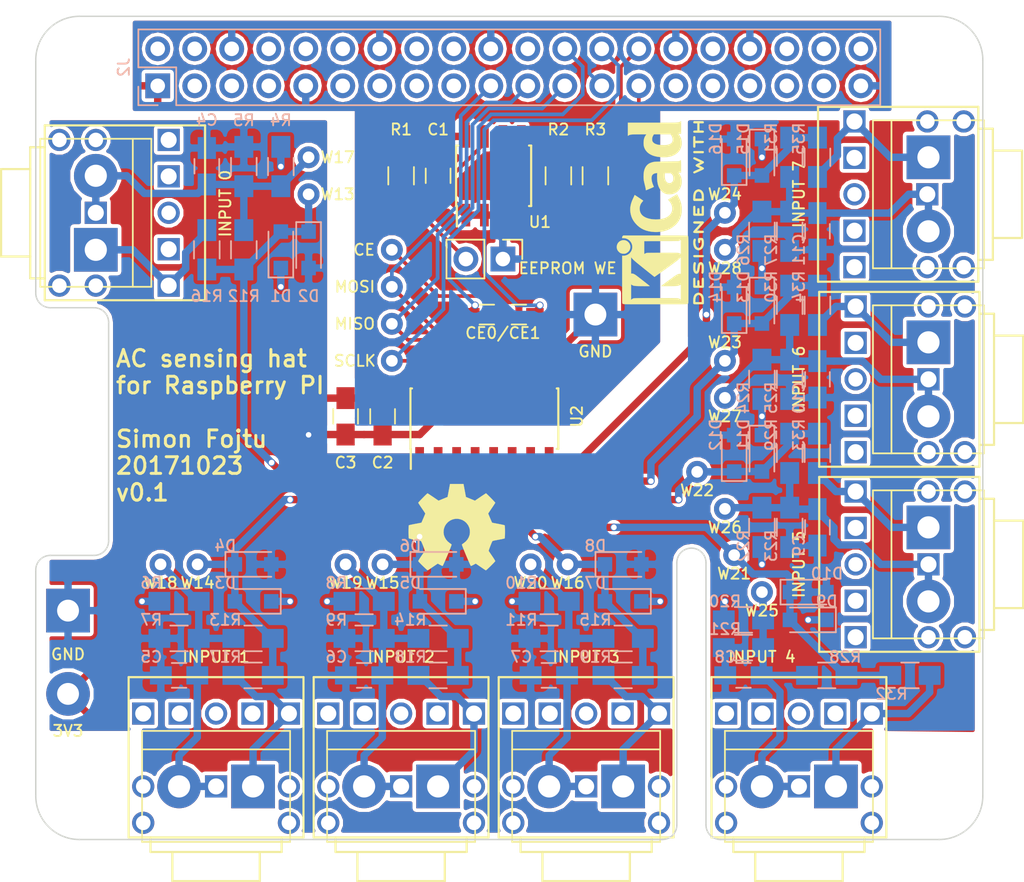
<source format=kicad_pcb>
(kicad_pcb (version 4) (host pcbnew 4.0.4-stable)
  (layers (0 F.Cu signal) (31 B.Cu signal) (34 B.Paste user) (35 F.Paste user) (36 B.SilkS user) (37 F.SilkS user) (38 B.Mask user) (39 F.Mask user) (44 Edge.Cuts user))
  (net 0 "")
  (net 1 +3V3)
  (net 2 GND)
  (net 3 "Net-(C4-Pad1)")
  (net 4 "Net-(C5-Pad1)")
  (net 5 "Net-(C6-Pad1)")
  (net 6 "Net-(C7-Pad1)")
  (net 7 "Net-(C8-Pad1)")
  (net 8 "Net-(C9-Pad1)")
  (net 9 "Net-(C10-Pad1)")
  (net 10 "Net-(C11-Pad1)")
  (net 11 /INPUT0)
  (net 12 /INPUT1)
  (net 13 /INPUT2)
  (net 14 /INPUT3)
  (net 15 /INPUT4)
  (net 16 /INPUT5)
  (net 17 /INPUT6)
  (net 18 /INPUT7)
  (net 19 "Net-(J1-Pad2)")
  (net 20 /MOSI)
  (net 21 /MISO)
  (net 22 /SCLK)
  (net 23 /CE0)
  (net 24 /CE1)
  (net 25 /ID_SD_EEPROM)
  (net 26 /ID_SC_EEPROM)
  (net 27 /CE)
  (net 28 "Net-(P10-Pad1)")
  (net 29 "Net-(P11-Pad1)")
  (net 30 "Net-(P12-Pad1)")
  (net 31 "Net-(P15-Pad2)")
  (net 32 "Net-(P16-Pad2)")
  (net 33 "Net-(P17-Pad2)")
  (net 34 "Net-(P18-Pad2)")
  (net 35 "Net-(P19-Pad2)")
  (module Diodes_SMD:D_SOD-323_HandSoldering (layer B.Cu) (at 83.82 73.025 90)
    (fp_text reference D1 (at -3.175 0 360) (layer B.SilkS) (effects (font (size 0.762 0.762) (thickness 0.127)) (justify mirror)))
    (fp_text value BAS16J.115)
    (pad 1 smd rect (at -1.25 0 90) (size 1 1) (layers B.Cu B.Paste B.Mask) (net 1 +3V3))
    (pad 2 smd rect (at 1.25 0 90) (size 1 1) (layers B.Cu B.Paste B.Mask) (net 11 /INPUT0))
  )
  (module Capacitors_SMD:C_0805_HandSoldering (layer F.Cu) (at 94.615 67.945 270)
    (fp_text reference C1 (at -3.175 0 360) (layer F.SilkS) (effects (font (size 0.762 0.762) (thickness 0.127))))
    (fp_text value 100n)
    (pad 1 smd rect (at -1.25 0 270) (size 1.5 1.25) (layers F.Cu F.Paste F.Mask) (net 1 +3V3))
    (pad 2 smd rect (at 1.25 0 270) (size 1.5 1.25) (layers F.Cu F.Paste F.Mask) (net 2 GND))
  )
  (module Capacitors_SMD:C_0805_HandSoldering (layer F.Cu) (at 90.805 84.455 270)
    (fp_text reference C2 (at 3.175 0 360) (layer F.SilkS) (effects (font (size 0.762 0.762) (thickness 0.127))))
    (fp_text value 100n)
    (pad 1 smd rect (at -1.25 0 270) (size 1.5 1.25) (layers F.Cu F.Paste F.Mask) (net 1 +3V3))
    (pad 2 smd rect (at 1.25 0 270) (size 1.5 1.25) (layers F.Cu F.Paste F.Mask) (net 2 GND))
  )
  (module Capacitors_SMD:C_0805_HandSoldering (layer F.Cu) (at 88.265 84.455 270)
    (fp_text reference C3 (at 3.175 0 360) (layer F.SilkS) (effects (font (size 0.762 0.762) (thickness 0.127))))
    (fp_text value 220n)
    (pad 1 smd rect (at -1.25 0 270) (size 1.5 1.25) (layers F.Cu F.Paste F.Mask) (net 1 +3V3))
    (pad 2 smd rect (at 1.25 0 270) (size 1.5 1.25) (layers F.Cu F.Paste F.Mask) (net 2 GND))
  )
  (module Capacitors_SMD:C_0805_HandSoldering (layer B.Cu) (at 78.74 67.29 90)
    (fp_text reference C4 (at 3.175 0 360) (layer B.SilkS) (effects (font (size 0.762 0.762) (thickness 0.127)) (justify mirror)))
    (fp_text value 10uF)
    (pad 1 smd rect (at -1.25 0 90) (size 1.5 1.25) (layers B.Cu B.Paste B.Mask) (net 3 "Net-(C4-Pad1)"))
    (pad 2 smd rect (at 1.25 0 90) (size 1.5 1.25) (layers B.Cu B.Paste B.Mask) (net 2 GND))
  )
  (module Capacitors_SMD:C_0805_HandSoldering (layer B.Cu) (at 76.835 102.235 180)
    (fp_text reference C5 (at 1.905 1.27 180) (layer B.SilkS) (effects (font (size 0.762 0.762) (thickness 0.127)) (justify mirror)))
    (fp_text value 10uF)
    (pad 1 smd rect (at -1.25 0 180) (size 1.5 1.25) (layers B.Cu B.Paste B.Mask) (net 4 "Net-(C5-Pad1)"))
    (pad 2 smd rect (at 1.25 0 180) (size 1.5 1.25) (layers B.Cu B.Paste B.Mask) (net 2 GND))
  )
  (module Capacitors_SMD:C_0805_HandSoldering (layer B.Cu) (at 89.535 102.235 180)
    (fp_text reference C6 (at 1.905 1.27 180) (layer B.SilkS) (effects (font (size 0.762 0.762) (thickness 0.127)) (justify mirror)))
    (fp_text value 10uF)
    (pad 1 smd rect (at -1.25 0 180) (size 1.5 1.25) (layers B.Cu B.Paste B.Mask) (net 5 "Net-(C6-Pad1)"))
    (pad 2 smd rect (at 1.25 0 180) (size 1.5 1.25) (layers B.Cu B.Paste B.Mask) (net 2 GND))
  )
  (module Capacitors_SMD:C_0805_HandSoldering (layer B.Cu) (at 102.215 102.235 180)
    (fp_text reference C7 (at 1.885 1.27 180) (layer B.SilkS) (effects (font (size 0.762 0.762) (thickness 0.127)) (justify mirror)))
    (fp_text value 10uF)
    (pad 1 smd rect (at -1.25 0 180) (size 1.5 1.25) (layers B.Cu B.Paste B.Mask) (net 6 "Net-(C7-Pad1)"))
    (pad 2 smd rect (at 1.25 0 180) (size 1.5 1.25) (layers B.Cu B.Paste B.Mask) (net 2 GND))
  )
  (module Capacitors_SMD:C_0805_HandSoldering (layer B.Cu) (at 115.57 102.235 180)
    (fp_text reference C8 (at 1.25 1.27 180) (layer B.SilkS) (effects (font (size 0.762 0.762) (thickness 0.127)) (justify mirror)))
    (fp_text value 10uF)
    (pad 1 smd rect (at -1.25 0 180) (size 1.5 1.25) (layers B.Cu B.Paste B.Mask) (net 7 "Net-(C8-Pad1)"))
    (pad 2 smd rect (at 1.25 0 180) (size 1.5 1.25) (layers B.Cu B.Paste B.Mask) (net 2 GND))
  )
  (module Capacitors_SMD:C_0805_HandSoldering (layer B.Cu) (at 120.65 92.075 270)
    (fp_text reference C9 (at 1.25 1.27 270) (layer B.SilkS) (effects (font (size 0.762 0.762) (thickness 0.127)) (justify mirror)))
    (fp_text value 10uF)
    (pad 1 smd rect (at -1.25 0 270) (size 1.5 1.25) (layers B.Cu B.Paste B.Mask) (net 8 "Net-(C9-Pad1)"))
    (pad 2 smd rect (at 1.25 0 270) (size 1.5 1.25) (layers B.Cu B.Paste B.Mask) (net 2 GND))
  )
  (module Capacitors_SMD:C_0805_HandSoldering (layer B.Cu) (at 120.65 81.915 270)
    (fp_text reference C10 (at 1.27 1.27 270) (layer B.SilkS) (effects (font (size 0.762 0.762) (thickness 0.127)) (justify mirror)))
    (fp_text value 10uF)
    (pad 1 smd rect (at -1.25 0 270) (size 1.5 1.25) (layers B.Cu B.Paste B.Mask) (net 9 "Net-(C10-Pad1)"))
    (pad 2 smd rect (at 1.25 0 270) (size 1.5 1.25) (layers B.Cu B.Paste B.Mask) (net 2 GND))
  )
  (module Capacitors_SMD:C_0805_HandSoldering (layer B.Cu) (at 120.65 71.755 270)
    (fp_text reference C11 (at 1.27 1.27 270) (layer B.SilkS) (effects (font (size 0.762 0.762) (thickness 0.127)) (justify mirror)))
    (fp_text value 10uF)
    (pad 1 smd rect (at -1.25 0 270) (size 1.5 1.25) (layers B.Cu B.Paste B.Mask) (net 10 "Net-(C11-Pad1)"))
    (pad 2 smd rect (at 1.25 0 270) (size 1.5 1.25) (layers B.Cu B.Paste B.Mask) (net 2 GND))
  )
  (module Diodes_SMD:D_SOD-323_HandSoldering (layer B.Cu) (at 85.725 73.025 270)
    (fp_text reference D2 (at 3.175 0 540) (layer B.SilkS) (effects (font (size 0.762 0.762) (thickness 0.127)) (justify mirror)))
    (fp_text value BAS16J.115)
    (pad 1 smd rect (at -1.25 0 270) (size 1 1) (layers B.Cu B.Paste B.Mask) (net 11 /INPUT0))
    (pad 2 smd rect (at 1.25 0 270) (size 1 1) (layers B.Cu B.Paste B.Mask) (net 2 GND))
  )
  (module Diodes_SMD:D_SOD-323_HandSoldering (layer B.Cu) (at 81.915 97.155 180)
    (fp_text reference D3 (at 1.905 1.27 180) (layer B.SilkS) (effects (font (size 0.762 0.762) (thickness 0.127)) (justify mirror)))
    (fp_text value BAS16J.115)
    (pad 1 smd rect (at -1.25 0 180) (size 1 1) (layers B.Cu B.Paste B.Mask) (net 1 +3V3))
    (pad 2 smd rect (at 1.25 0 180) (size 1 1) (layers B.Cu B.Paste B.Mask) (net 12 /INPUT1))
  )
  (module Diodes_SMD:D_SOD-323_HandSoldering (layer B.Cu) (at 81.915 94.615)
    (fp_text reference D4 (at -1.905 -1.27) (layer B.SilkS) (effects (font (size 0.762 0.762) (thickness 0.127)) (justify mirror)))
    (fp_text value BAS16J.115)
    (pad 1 smd rect (at -1.25 0) (size 1 1) (layers B.Cu B.Paste B.Mask) (net 12 /INPUT1))
    (pad 2 smd rect (at 1.25 0) (size 1 1) (layers B.Cu B.Paste B.Mask) (net 2 GND))
  )
  (module Diodes_SMD:D_SOD-323_HandSoldering (layer B.Cu) (at 94.615 97.155 180)
    (fp_text reference D5 (at 1.905 1.27 180) (layer B.SilkS) (effects (font (size 0.762 0.762) (thickness 0.127)) (justify mirror)))
    (fp_text value BAS16J.115)
    (pad 1 smd rect (at -1.25 0 180) (size 1 1) (layers B.Cu B.Paste B.Mask) (net 1 +3V3))
    (pad 2 smd rect (at 1.25 0 180) (size 1 1) (layers B.Cu B.Paste B.Mask) (net 13 /INPUT2))
  )
  (module Diodes_SMD:D_SOD-323_HandSoldering (layer B.Cu) (at 94.615 94.615)
    (fp_text reference D6 (at -1.905 -1.27) (layer B.SilkS) (effects (font (size 0.762 0.762) (thickness 0.127)) (justify mirror)))
    (fp_text value BAS16J.115)
    (pad 1 smd rect (at -1.25 0) (size 1 1) (layers B.Cu B.Paste B.Mask) (net 13 /INPUT2))
    (pad 2 smd rect (at 1.25 0) (size 1 1) (layers B.Cu B.Paste B.Mask) (net 2 GND))
  )
  (module Diodes_SMD:D_SOD-323_HandSoldering (layer B.Cu) (at 107.315 97.155 180)
    (fp_text reference D7 (at 1.905 1.27 180) (layer B.SilkS) (effects (font (size 0.762 0.762) (thickness 0.127)) (justify mirror)))
    (fp_text value BAS16J.115)
    (pad 1 smd rect (at -1.25 0 180) (size 1 1) (layers B.Cu B.Paste B.Mask) (net 1 +3V3))
    (pad 2 smd rect (at 1.25 0 180) (size 1 1) (layers B.Cu B.Paste B.Mask) (net 14 /INPUT3))
  )
  (module Diodes_SMD:D_SOD-323_HandSoldering (layer B.Cu) (at 107.315 94.615)
    (fp_text reference D8 (at -1.905 -1.27) (layer B.SilkS) (effects (font (size 0.762 0.762) (thickness 0.127)) (justify mirror)))
    (fp_text value BAS16J.115)
    (pad 1 smd rect (at -1.25 0) (size 1 1) (layers B.Cu B.Paste B.Mask) (net 14 /INPUT3))
    (pad 2 smd rect (at 1.25 0) (size 1 1) (layers B.Cu B.Paste B.Mask) (net 2 GND))
  )
  (module Diodes_SMD:D_SOD-323_HandSoldering (layer B.Cu) (at 120.015 98.425 180)
    (fp_text reference D9 (at -1.27 1.27 180) (layer B.SilkS) (effects (font (size 0.762 0.762) (thickness 0.127)) (justify mirror)))
    (fp_text value BAS16J.115)
    (pad 1 smd rect (at -1.25 0 180) (size 1 1) (layers B.Cu B.Paste B.Mask) (net 1 +3V3))
    (pad 2 smd rect (at 1.25 0 180) (size 1 1) (layers B.Cu B.Paste B.Mask) (net 15 /INPUT4))
  )
  (module Diodes_SMD:D_SOD-323_HandSoldering (layer B.Cu) (at 120.015 96.52)
    (fp_text reference D10 (at 1.29 -1.27) (layer B.SilkS) (effects (font (size 0.762 0.762) (thickness 0.127)) (justify mirror)))
    (fp_text value BAS16J.115)
    (pad 1 smd rect (at -1.25 0) (size 1 1) (layers B.Cu B.Paste B.Mask) (net 15 /INPUT4))
    (pad 2 smd rect (at 1.25 0) (size 1 1) (layers B.Cu B.Paste B.Mask) (net 2 GND))
  )
  (module Diodes_SMD:D_SOD-323_HandSoldering (layer B.Cu) (at 116.84 86.995 270)
    (fp_text reference D11 (at -1.27 1.27 270) (layer B.SilkS) (effects (font (size 0.762 0.762) (thickness 0.127)) (justify mirror)))
    (fp_text value BAS16J.115)
    (pad 1 smd rect (at -1.25 0 270) (size 1 1) (layers B.Cu B.Paste B.Mask) (net 1 +3V3))
    (pad 2 smd rect (at 1.25 0 270) (size 1 1) (layers B.Cu B.Paste B.Mask) (net 16 /INPUT5))
  )
  (module Diodes_SMD:D_SOD-323_HandSoldering (layer B.Cu) (at 114.935 86.995 90)
    (fp_text reference D12 (at 1.27 -1.27 90) (layer B.SilkS) (effects (font (size 0.762 0.762) (thickness 0.127)) (justify mirror)))
    (fp_text value BAS16J.115)
    (pad 1 smd rect (at -1.25 0 90) (size 1 1) (layers B.Cu B.Paste B.Mask) (net 16 /INPUT5))
    (pad 2 smd rect (at 1.25 0 90) (size 1 1) (layers B.Cu B.Paste B.Mask) (net 2 GND))
  )
  (module Diodes_SMD:D_SOD-323_HandSoldering (layer B.Cu) (at 116.84 76.835 270)
    (fp_text reference D13 (at -1.27 1.27 270) (layer B.SilkS) (effects (font (size 0.762 0.762) (thickness 0.127)) (justify mirror)))
    (fp_text value BAS16J.115)
    (pad 1 smd rect (at -1.25 0 270) (size 1 1) (layers B.Cu B.Paste B.Mask) (net 1 +3V3))
    (pad 2 smd rect (at 1.25 0 270) (size 1 1) (layers B.Cu B.Paste B.Mask) (net 17 /INPUT6))
  )
  (module Diodes_SMD:D_SOD-323_HandSoldering (layer B.Cu) (at 114.935 76.835 90)
    (fp_text reference D14 (at 1.27 -1.27 90) (layer B.SilkS) (effects (font (size 0.762 0.762) (thickness 0.127)) (justify mirror)))
    (fp_text value BAS16J.115)
    (pad 1 smd rect (at -1.25 0 90) (size 1 1) (layers B.Cu B.Paste B.Mask) (net 17 /INPUT6))
    (pad 2 smd rect (at 1.25 0 90) (size 1 1) (layers B.Cu B.Paste B.Mask) (net 2 GND))
  )
  (module Diodes_SMD:D_SOD-323_HandSoldering (layer B.Cu) (at 116.84 66.675 270)
    (fp_text reference D15 (at -1.27 1.27 270) (layer B.SilkS) (effects (font (size 0.762 0.762) (thickness 0.127)) (justify mirror)))
    (fp_text value BAS16J.115)
    (pad 1 smd rect (at -1.25 0 270) (size 1 1) (layers B.Cu B.Paste B.Mask) (net 1 +3V3))
    (pad 2 smd rect (at 1.25 0 270) (size 1 1) (layers B.Cu B.Paste B.Mask) (net 18 /INPUT7))
  )
  (module Diodes_SMD:D_SOD-323_HandSoldering (layer B.Cu) (at 114.935 66.675 90)
    (fp_text reference D16 (at 1.27 -1.27 90) (layer B.SilkS) (effects (font (size 0.762 0.762) (thickness 0.127)) (justify mirror)))
    (fp_text value BAS16J.115)
    (pad 1 smd rect (at -1.25 0 90) (size 1 1) (layers B.Cu B.Paste B.Mask) (net 18 /INPUT7))
    (pad 2 smd rect (at 1.25 0 90) (size 1 1) (layers B.Cu B.Paste B.Mask) (net 2 GND))
  )
  (module Pin_Headers:Pin_Header_Straight_1x02_Pitch2.54mm (layer F.Cu) (at 99.06 73.66 270)
    (fp_text reference J1)
    (fp_text value "EEPROM WE" (at 0.635 -4.445 360) (layer F.SilkS) (effects (font (size 0.762 0.762) (thickness 0.127))))
    (pad 1 thru_hole rect (at 0 0 270) (size 1.7 1.7) (drill 1) (layers *.Cu *.Mask) (net 2 GND))
    (pad 2 thru_hole oval (at 0 2.54 270) (size 1.7 1.7) (drill 1) (layers *.Cu *.Mask) (net 19 "Net-(J1-Pad2)"))
  )
  (module Socket_Strips:Socket_Strip_Straight_2x20_Pitch2.54mm (layer B.Cu) (at 75.37 61.77 270)
    (fp_text reference J2 (at -1.27 2.33 270) (layer B.SilkS) (effects (font (size 0.762 0.762) (thickness 0.127)) (justify mirror)))
    (fp_text value 40HAT)
    (pad 1 thru_hole rect (at 0 0 270) (size 1.7 1.7) (drill 1) (layers *.Cu *.Mask) (net 1 +3V3))
    (pad 2 thru_hole oval (at -2.54 0 270) (size 1.7 1.7) (drill 1) (layers *.Cu *.Mask))
    (pad 3 thru_hole oval (at 0 -2.54 270) (size 1.7 1.7) (drill 1) (layers *.Cu *.Mask))
    (pad 4 thru_hole oval (at -2.54 -2.54 270) (size 1.7 1.7) (drill 1) (layers *.Cu *.Mask))
    (pad 5 thru_hole oval (at 0 -5.08 270) (size 1.7 1.7) (drill 1) (layers *.Cu *.Mask))
    (pad 6 thru_hole oval (at -2.54 -5.08 270) (size 1.7 1.7) (drill 1) (layers *.Cu *.Mask) (net 2 GND))
    (pad 7 thru_hole oval (at 0 -7.62 270) (size 1.7 1.7) (drill 1) (layers *.Cu *.Mask))
    (pad 8 thru_hole oval (at -2.54 -7.62 270) (size 1.7 1.7) (drill 1) (layers *.Cu *.Mask))
    (pad 9 thru_hole oval (at 0 -10.16 270) (size 1.7 1.7) (drill 1) (layers *.Cu *.Mask) (net 2 GND))
    (pad 10 thru_hole oval (at -2.54 -10.16 270) (size 1.7 1.7) (drill 1) (layers *.Cu *.Mask))
    (pad 11 thru_hole oval (at 0 -12.7 270) (size 1.7 1.7) (drill 1) (layers *.Cu *.Mask))
    (pad 12 thru_hole oval (at -2.54 -12.7 270) (size 1.7 1.7) (drill 1) (layers *.Cu *.Mask))
    (pad 13 thru_hole oval (at 0 -15.24 270) (size 1.7 1.7) (drill 1) (layers *.Cu *.Mask))
    (pad 14 thru_hole oval (at -2.54 -15.24 270) (size 1.7 1.7) (drill 1) (layers *.Cu *.Mask) (net 2 GND))
    (pad 15 thru_hole oval (at 0 -17.78 270) (size 1.7 1.7) (drill 1) (layers *.Cu *.Mask))
    (pad 16 thru_hole oval (at -2.54 -17.78 270) (size 1.7 1.7) (drill 1) (layers *.Cu *.Mask))
    (pad 17 thru_hole oval (at 0 -20.32 270) (size 1.7 1.7) (drill 1) (layers *.Cu *.Mask))
    (pad 18 thru_hole oval (at -2.54 -20.32 270) (size 1.7 1.7) (drill 1) (layers *.Cu *.Mask))
    (pad 19 thru_hole oval (at 0 -22.86 270) (size 1.7 1.7) (drill 1) (layers *.Cu *.Mask) (net 20 /MOSI))
    (pad 20 thru_hole oval (at -2.54 -22.86 270) (size 1.7 1.7) (drill 1) (layers *.Cu *.Mask) (net 2 GND))
    (pad 21 thru_hole oval (at 0 -25.4 270) (size 1.7 1.7) (drill 1) (layers *.Cu *.Mask) (net 21 /MISO))
    (pad 22 thru_hole oval (at -2.54 -25.4 270) (size 1.7 1.7) (drill 1) (layers *.Cu *.Mask))
    (pad 23 thru_hole oval (at 0 -27.94 270) (size 1.7 1.7) (drill 1) (layers *.Cu *.Mask) (net 22 /SCLK))
    (pad 24 thru_hole oval (at -2.54 -27.94 270) (size 1.7 1.7) (drill 1) (layers *.Cu *.Mask) (net 23 /CE0))
    (pad 25 thru_hole oval (at 0 -30.48 270) (size 1.7 1.7) (drill 1) (layers *.Cu *.Mask) (net 2 GND))
    (pad 26 thru_hole oval (at -2.54 -30.48 270) (size 1.7 1.7) (drill 1) (layers *.Cu *.Mask) (net 24 /CE1))
    (pad 27 thru_hole oval (at 0 -33.02 270) (size 1.7 1.7) (drill 1) (layers *.Cu *.Mask) (net 25 /ID_SD_EEPROM))
    (pad 28 thru_hole oval (at -2.54 -33.02 270) (size 1.7 1.7) (drill 1) (layers *.Cu *.Mask) (net 26 /ID_SC_EEPROM))
    (pad 29 thru_hole oval (at 0 -35.56 270) (size 1.7 1.7) (drill 1) (layers *.Cu *.Mask))
    (pad 30 thru_hole oval (at -2.54 -35.56 270) (size 1.7 1.7) (drill 1) (layers *.Cu *.Mask) (net 2 GND))
    (pad 31 thru_hole oval (at 0 -38.1 270) (size 1.7 1.7) (drill 1) (layers *.Cu *.Mask))
    (pad 32 thru_hole oval (at -2.54 -38.1 270) (size 1.7 1.7) (drill 1) (layers *.Cu *.Mask))
    (pad 33 thru_hole oval (at 0 -40.64 270) (size 1.7 1.7) (drill 1) (layers *.Cu *.Mask))
    (pad 34 thru_hole oval (at -2.54 -40.64 270) (size 1.7 1.7) (drill 1) (layers *.Cu *.Mask) (net 2 GND))
    (pad 35 thru_hole oval (at 0 -43.18 270) (size 1.7 1.7) (drill 1) (layers *.Cu *.Mask))
    (pad 36 thru_hole oval (at -2.54 -43.18 270) (size 1.7 1.7) (drill 1) (layers *.Cu *.Mask))
    (pad 37 thru_hole oval (at 0 -45.72 270) (size 1.7 1.7) (drill 1) (layers *.Cu *.Mask))
    (pad 38 thru_hole oval (at -2.54 -45.72 270) (size 1.7 1.7) (drill 1) (layers *.Cu *.Mask))
    (pad 39 thru_hole oval (at 0 -48.26 270) (size 1.7 1.7) (drill 1) (layers *.Cu *.Mask) (net 2 GND))
    (pad 40 thru_hole oval (at -2.54 -48.26 270) (size 1.7 1.7) (drill 1) (layers *.Cu *.Mask))
  )
  (module Mounting_Holes:MountingHole_2.7mm_M2.5 (layer F.Cu) (at 128.5 60.5)
    (fp_text reference P1)
    (fp_text value "3mm mounting hole")
    (pad 1 np_thru_hole circle (at 0 0) (size 2.7 2.7) (drill 2.7) (layers *.Cu *.Mask))
  )
  (module Mounting_Holes:MountingHole_2.7mm_M2.5 (layer F.Cu) (at 70.5 60.5)
    (fp_text reference P2)
    (fp_text value "3mm mounting hole")
    (pad 1 np_thru_hole circle (at 0 0) (size 2.7 2.7) (drill 2.7) (layers *.Cu *.Mask))
  )
  (module Mounting_Holes:MountingHole_2.7mm_M2.5 (layer F.Cu) (at 70.5 110)
    (fp_text reference P3)
    (fp_text value "3mm mounting hole")
    (pad 1 np_thru_hole circle (at 0 0) (size 2.7 2.7) (drill 2.7) (layers *.Cu *.Mask))
  )
  (module Mounting_Holes:MountingHole_2.7mm_M2.5 (layer F.Cu) (at 128.5 110)
    (fp_text reference P4)
    (fp_text value "3mm mounting hole")
    (pad 1 np_thru_hole circle (at 0 0) (size 2.7 2.7) (drill 2.7) (layers *.Cu *.Mask))
  )
  (module Connect:bornier2 (layer F.Cu) (at 71.12 73.025 90)
    (fp_text reference P5)
    (fp_text value "INPUT 0" (at 3.175 8.89 270) (layer F.SilkS) (effects (font (size 0.762 0.762) (thickness 0.127))))
    (pad 1 thru_hole rect (at 0 0 90) (size 3 3) (drill 1.52) (layers *.Cu *.Mask) (net 31 "Net-(P15-Pad2)"))
    (pad 2 thru_hole circle (at 5.08 0 90) (size 3 3) (drill 1.52) (layers *.Cu *.Mask) (net 3 "Net-(C4-Pad1)"))
  )
  (module Connect:bornier2 (layer F.Cu) (at 81.915 109.855 180)
    (fp_text reference P6)
    (fp_text value "INPUT 1" (at 2.54 8.89 180) (layer F.SilkS) (effects (font (size 0.762 0.762) (thickness 0.127))))
    (pad 1 thru_hole rect (at 0 0 180) (size 3 3) (drill 1.52) (layers *.Cu *.Mask) (net 32 "Net-(P16-Pad2)"))
    (pad 2 thru_hole circle (at 5.08 0 180) (size 3 3) (drill 1.52) (layers *.Cu *.Mask) (net 4 "Net-(C5-Pad1)"))
  )
  (module Connect:bornier2 (layer F.Cu) (at 94.615 109.855 180)
    (fp_text reference P7)
    (fp_text value "INPUT 2" (at 2.54 8.89 180) (layer F.SilkS) (effects (font (size 0.762 0.762) (thickness 0.127))))
    (pad 1 thru_hole rect (at 0 0 180) (size 3 3) (drill 1.52) (layers *.Cu *.Mask) (net 33 "Net-(P17-Pad2)"))
    (pad 2 thru_hole circle (at 5.08 0 180) (size 3 3) (drill 1.52) (layers *.Cu *.Mask) (net 5 "Net-(C6-Pad1)"))
  )
  (module Connect:bornier2 (layer F.Cu) (at 107.315 109.855 180)
    (fp_text reference P8)
    (fp_text value "INPUT 3" (at 2.54 8.89 180) (layer F.SilkS) (effects (font (size 0.762 0.762) (thickness 0.127))))
    (pad 1 thru_hole rect (at 0 0 180) (size 3 3) (drill 1.52) (layers *.Cu *.Mask) (net 34 "Net-(P18-Pad2)"))
    (pad 2 thru_hole circle (at 5.08 0 180) (size 3 3) (drill 1.52) (layers *.Cu *.Mask) (net 6 "Net-(C7-Pad1)"))
  )
  (module Connect:bornier2 (layer F.Cu) (at 121.92 109.855 180)
    (fp_text reference P9)
    (fp_text value "INPUT 4" (at 5.08 8.89 180) (layer F.SilkS) (effects (font (size 0.762 0.762) (thickness 0.127))))
    (pad 1 thru_hole rect (at 0 0 180) (size 3 3) (drill 1.52) (layers *.Cu *.Mask) (net 35 "Net-(P19-Pad2)"))
    (pad 2 thru_hole circle (at 5.08 0 180) (size 3 3) (drill 1.52) (layers *.Cu *.Mask) (net 7 "Net-(C8-Pad1)"))
  )
  (module Connect:bornier2 (layer F.Cu) (at 128.27 92.075 270)
    (fp_text reference P10)
    (fp_text value "INPUT 5" (at 2.54 8.89 270) (layer F.SilkS) (effects (font (size 0.762 0.762) (thickness 0.127))))
    (pad 1 thru_hole rect (at 0 0 270) (size 3 3) (drill 1.52) (layers *.Cu *.Mask) (net 28 "Net-(P10-Pad1)"))
    (pad 2 thru_hole circle (at 5.08 0 270) (size 3 3) (drill 1.52) (layers *.Cu *.Mask) (net 8 "Net-(C9-Pad1)"))
  )
  (module Connect:bornier2 (layer F.Cu) (at 128.27 79.375 270)
    (fp_text reference P11)
    (fp_text value "INPUT 6" (at 2.54 8.89 270) (layer F.SilkS) (effects (font (size 0.762 0.762) (thickness 0.127))))
    (pad 1 thru_hole rect (at 0 0 270) (size 3 3) (drill 1.52) (layers *.Cu *.Mask) (net 29 "Net-(P11-Pad1)"))
    (pad 2 thru_hole circle (at 5.08 0 270) (size 3 3) (drill 1.52) (layers *.Cu *.Mask) (net 9 "Net-(C10-Pad1)"))
  )
  (module Connect:bornier2 (layer F.Cu) (at 128.27 66.675 270)
    (fp_text reference P12)
    (fp_text value "INPUT 7" (at 2.54 8.89 270) (layer F.SilkS) (effects (font (size 0.762 0.762) (thickness 0.127))))
    (pad 1 thru_hole rect (at 0 0 270) (size 3 3) (drill 1.52) (layers *.Cu *.Mask) (net 30 "Net-(P12-Pad1)"))
    (pad 2 thru_hole circle (at 5.08 0 270) (size 3 3) (drill 1.52) (layers *.Cu *.Mask) (net 10 "Net-(C11-Pad1)"))
  )
  (module Resistors_SMD:R_0805_HandSoldering (layer F.Cu) (at 92.075 67.945 90)
    (fp_text reference R1 (at 3.175 0 180) (layer F.SilkS) (effects (font (size 0.762 0.762) (thickness 0.127))))
    (fp_text value 1k)
    (pad 1 smd rect (at -1.35 0 90) (size 1.5 1.3) (layers F.Cu F.Paste F.Mask) (net 19 "Net-(J1-Pad2)"))
    (pad 2 smd rect (at 1.35 0 90) (size 1.5 1.3) (layers F.Cu F.Paste F.Mask) (net 1 +3V3))
  )
  (module Resistors_SMD:R_0805_HandSoldering (layer F.Cu) (at 102.87 67.945 90)
    (fp_text reference R2 (at 3.175 0 180) (layer F.SilkS) (effects (font (size 0.762 0.762) (thickness 0.127))))
    (fp_text value 3.9K)
    (pad 1 smd rect (at -1.35 0 90) (size 1.5 1.3) (layers F.Cu F.Paste F.Mask) (net 1 +3V3))
    (pad 2 smd rect (at 1.35 0 90) (size 1.5 1.3) (layers F.Cu F.Paste F.Mask) (net 25 /ID_SD_EEPROM))
  )
  (module Resistors_SMD:R_0805_HandSoldering (layer F.Cu) (at 105.41 67.945 90)
    (fp_text reference R3 (at 3.175 0 180) (layer F.SilkS) (effects (font (size 0.762 0.762) (thickness 0.127))))
    (fp_text value 3.9K)
    (pad 1 smd rect (at -1.35 0 90) (size 1.5 1.3) (layers F.Cu F.Paste F.Mask) (net 1 +3V3))
    (pad 2 smd rect (at 1.35 0 90) (size 1.5 1.3) (layers F.Cu F.Paste F.Mask) (net 26 /ID_SC_EEPROM))
  )
  (module Resistors_SMD:R_0805_HandSoldering (layer B.Cu) (at 83.82 67.31 90)
    (fp_text reference R4 (at 3.175 0 360) (layer B.SilkS) (effects (font (size 0.762 0.762) (thickness 0.127)) (justify mirror)))
    (fp_text value 470k)
    (pad 1 smd rect (at -1.35 0 90) (size 1.5 1.3) (layers B.Cu B.Paste B.Mask) (net 3 "Net-(C4-Pad1)"))
    (pad 2 smd rect (at 1.35 0 90) (size 1.5 1.3) (layers B.Cu B.Paste B.Mask) (net 1 +3V3))
  )
  (module Resistors_SMD:R_0805_HandSoldering (layer B.Cu) (at 81.28 67.31 90)
    (fp_text reference R5 (at 3.175 0 360) (layer B.SilkS) (effects (font (size 0.762 0.762) (thickness 0.127)) (justify mirror)))
    (fp_text value 470k)
    (pad 1 smd rect (at -1.35 0 90) (size 1.5 1.3) (layers B.Cu B.Paste B.Mask) (net 3 "Net-(C4-Pad1)"))
    (pad 2 smd rect (at 1.35 0 90) (size 1.5 1.3) (layers B.Cu B.Paste B.Mask) (net 2 GND))
  )
  (module Resistors_SMD:R_0805_HandSoldering (layer B.Cu) (at 76.835 97.155 180)
    (fp_text reference R6 (at 1.905 1.27 180) (layer B.SilkS) (effects (font (size 0.762 0.762) (thickness 0.127)) (justify mirror)))
    (fp_text value 470k)
    (pad 1 smd rect (at -1.35 0 180) (size 1.5 1.3) (layers B.Cu B.Paste B.Mask) (net 4 "Net-(C5-Pad1)"))
    (pad 2 smd rect (at 1.35 0 180) (size 1.5 1.3) (layers B.Cu B.Paste B.Mask) (net 1 +3V3))
  )
  (module Resistors_SMD:R_0805_HandSoldering (layer B.Cu) (at 76.835 99.695 180)
    (fp_text reference R7 (at 1.905 1.27 180) (layer B.SilkS) (effects (font (size 0.762 0.762) (thickness 0.127)) (justify mirror)))
    (fp_text value 470k)
    (pad 1 smd rect (at -1.35 0 180) (size 1.5 1.3) (layers B.Cu B.Paste B.Mask) (net 4 "Net-(C5-Pad1)"))
    (pad 2 smd rect (at 1.35 0 180) (size 1.5 1.3) (layers B.Cu B.Paste B.Mask) (net 2 GND))
  )
  (module Resistors_SMD:R_0805_HandSoldering (layer B.Cu) (at 89.535 97.155 180)
    (fp_text reference R8 (at 1.905 1.27 180) (layer B.SilkS) (effects (font (size 0.762 0.762) (thickness 0.127)) (justify mirror)))
    (fp_text value 470k)
    (pad 1 smd rect (at -1.35 0 180) (size 1.5 1.3) (layers B.Cu B.Paste B.Mask) (net 5 "Net-(C6-Pad1)"))
    (pad 2 smd rect (at 1.35 0 180) (size 1.5 1.3) (layers B.Cu B.Paste B.Mask) (net 1 +3V3))
  )
  (module Resistors_SMD:R_0805_HandSoldering (layer B.Cu) (at 89.535 99.695 180)
    (fp_text reference R9 (at 1.905 1.27 180) (layer B.SilkS) (effects (font (size 0.762 0.762) (thickness 0.127)) (justify mirror)))
    (fp_text value 470k)
    (pad 1 smd rect (at -1.35 0 180) (size 1.5 1.3) (layers B.Cu B.Paste B.Mask) (net 5 "Net-(C6-Pad1)"))
    (pad 2 smd rect (at 1.35 0 180) (size 1.5 1.3) (layers B.Cu B.Paste B.Mask) (net 2 GND))
  )
  (module Resistors_SMD:R_0805_HandSoldering (layer B.Cu) (at 102.235 97.155 180)
    (fp_text reference R10 (at 1.905 1.27 180) (layer B.SilkS) (effects (font (size 0.762 0.762) (thickness 0.127)) (justify mirror)))
    (fp_text value 470k)
    (pad 1 smd rect (at -1.35 0 180) (size 1.5 1.3) (layers B.Cu B.Paste B.Mask) (net 6 "Net-(C7-Pad1)"))
    (pad 2 smd rect (at 1.35 0 180) (size 1.5 1.3) (layers B.Cu B.Paste B.Mask) (net 1 +3V3))
  )
  (module Resistors_SMD:R_0805_HandSoldering (layer B.Cu) (at 102.235 99.695 180)
    (fp_text reference R11 (at 1.905 1.27 180) (layer B.SilkS) (effects (font (size 0.762 0.762) (thickness 0.127)) (justify mirror)))
    (fp_text value 470k)
    (pad 1 smd rect (at -1.35 0 180) (size 1.5 1.3) (layers B.Cu B.Paste B.Mask) (net 6 "Net-(C7-Pad1)"))
    (pad 2 smd rect (at 1.35 0 180) (size 1.5 1.3) (layers B.Cu B.Paste B.Mask) (net 2 GND))
  )
  (module Resistors_SMD:R_0805_HandSoldering (layer B.Cu) (at 81.28 73.025 90)
    (fp_text reference R12 (at -3.175 0 360) (layer B.SilkS) (effects (font (size 0.762 0.762) (thickness 0.127)) (justify mirror)))
    (fp_text value R)
    (pad 1 smd rect (at -1.35 0 90) (size 1.5 1.3) (layers B.Cu B.Paste B.Mask) (net 11 /INPUT0))
    (pad 2 smd rect (at 1.35 0 90) (size 1.5 1.3) (layers B.Cu B.Paste B.Mask) (net 3 "Net-(C4-Pad1)"))
  )
  (module Resistors_SMD:R_0805_HandSoldering (layer B.Cu) (at 81.915 99.695 180)
    (fp_text reference R13 (at 1.905 1.27 180) (layer B.SilkS) (effects (font (size 0.762 0.762) (thickness 0.127)) (justify mirror)))
    (fp_text value R)
    (pad 1 smd rect (at -1.35 0 180) (size 1.5 1.3) (layers B.Cu B.Paste B.Mask) (net 12 /INPUT1))
    (pad 2 smd rect (at 1.35 0 180) (size 1.5 1.3) (layers B.Cu B.Paste B.Mask) (net 4 "Net-(C5-Pad1)"))
  )
  (module Resistors_SMD:R_0805_HandSoldering (layer B.Cu) (at 94.615 99.695 180)
    (fp_text reference R14 (at 1.905 1.27 180) (layer B.SilkS) (effects (font (size 0.762 0.762) (thickness 0.127)) (justify mirror)))
    (fp_text value R)
    (pad 1 smd rect (at -1.35 0 180) (size 1.5 1.3) (layers B.Cu B.Paste B.Mask) (net 13 /INPUT2))
    (pad 2 smd rect (at 1.35 0 180) (size 1.5 1.3) (layers B.Cu B.Paste B.Mask) (net 5 "Net-(C6-Pad1)"))
  )
  (module Resistors_SMD:R_0805_HandSoldering (layer B.Cu) (at 107.315 99.695 180)
    (fp_text reference R15 (at 1.905 1.27 180) (layer B.SilkS) (effects (font (size 0.762 0.762) (thickness 0.127)) (justify mirror)))
    (fp_text value R)
    (pad 1 smd rect (at -1.35 0 180) (size 1.5 1.3) (layers B.Cu B.Paste B.Mask) (net 14 /INPUT3))
    (pad 2 smd rect (at 1.35 0 180) (size 1.5 1.3) (layers B.Cu B.Paste B.Mask) (net 6 "Net-(C7-Pad1)"))
  )
  (module Resistors_SMD:R_0805_HandSoldering (layer B.Cu) (at 78.74 73.025 270)
    (fp_text reference R16 (at 3.175 0 540) (layer B.SilkS) (effects (font (size 0.762 0.762) (thickness 0.127)) (justify mirror)))
    (fp_text value 0R)
    (pad 1 smd rect (at -1.35 0 270) (size 1.5 1.3) (layers B.Cu B.Paste B.Mask) (net 31 "Net-(P15-Pad2)"))
    (pad 2 smd rect (at 1.35 0 270) (size 1.5 1.3) (layers B.Cu B.Paste B.Mask) (net 11 /INPUT0))
  )
  (module Resistors_SMD:R_0805_HandSoldering (layer B.Cu) (at 81.915 102.235)
    (fp_text reference R17 (at -1.905 -1.27) (layer B.SilkS) (effects (font (size 0.762 0.762) (thickness 0.127)) (justify mirror)))
    (fp_text value 0R)
    (pad 1 smd rect (at -1.35 0) (size 1.5 1.3) (layers B.Cu B.Paste B.Mask) (net 32 "Net-(P16-Pad2)"))
    (pad 2 smd rect (at 1.35 0) (size 1.5 1.3) (layers B.Cu B.Paste B.Mask) (net 12 /INPUT1))
  )
  (module Resistors_SMD:R_0805_HandSoldering (layer B.Cu) (at 94.615 102.235)
    (fp_text reference R18 (at -1.905 -1.27) (layer B.SilkS) (effects (font (size 0.762 0.762) (thickness 0.127)) (justify mirror)))
    (fp_text value 0R)
    (pad 1 smd rect (at -1.35 0) (size 1.5 1.3) (layers B.Cu B.Paste B.Mask) (net 33 "Net-(P17-Pad2)"))
    (pad 2 smd rect (at 1.35 0) (size 1.5 1.3) (layers B.Cu B.Paste B.Mask) (net 13 /INPUT2))
  )
  (module Resistors_SMD:R_0805_HandSoldering (layer B.Cu) (at 107.315 102.235)
    (fp_text reference R19 (at -1.905 -1.27) (layer B.SilkS) (effects (font (size 0.762 0.762) (thickness 0.127)) (justify mirror)))
    (fp_text value 0R)
    (pad 1 smd rect (at -1.35 0) (size 1.5 1.3) (layers B.Cu B.Paste B.Mask) (net 34 "Net-(P18-Pad2)"))
    (pad 2 smd rect (at 1.35 0) (size 1.5 1.3) (layers B.Cu B.Paste B.Mask) (net 14 /INPUT3))
  )
  (module Resistors_SMD:R_0805_HandSoldering (layer B.Cu) (at 115.57 98.425 180)
    (fp_text reference R20 (at 1.27 1.27 180) (layer B.SilkS) (effects (font (size 0.762 0.762) (thickness 0.127)) (justify mirror)))
    (fp_text value 470k)
    (pad 1 smd rect (at -1.35 0 180) (size 1.5 1.3) (layers B.Cu B.Paste B.Mask) (net 7 "Net-(C8-Pad1)"))
    (pad 2 smd rect (at 1.35 0 180) (size 1.5 1.3) (layers B.Cu B.Paste B.Mask) (net 1 +3V3))
  )
  (module Resistors_SMD:R_0805_HandSoldering (layer B.Cu) (at 115.57 100.33 180)
    (fp_text reference R21 (at 1.27 1.27 180) (layer B.SilkS) (effects (font (size 0.762 0.762) (thickness 0.127)) (justify mirror)))
    (fp_text value 470k)
    (pad 1 smd rect (at -1.35 0 180) (size 1.5 1.3) (layers B.Cu B.Paste B.Mask) (net 7 "Net-(C8-Pad1)"))
    (pad 2 smd rect (at 1.35 0 180) (size 1.5 1.3) (layers B.Cu B.Paste B.Mask) (net 2 GND))
  )
  (module Resistors_SMD:R_0805_HandSoldering (layer B.Cu) (at 116.84 92.075 270)
    (fp_text reference R22 (at 1.27 1.27 270) (layer B.SilkS) (effects (font (size 0.762 0.762) (thickness 0.127)) (justify mirror)))
    (fp_text value 470k)
    (pad 1 smd rect (at -1.35 0 270) (size 1.5 1.3) (layers B.Cu B.Paste B.Mask) (net 8 "Net-(C9-Pad1)"))
    (pad 2 smd rect (at 1.35 0 270) (size 1.5 1.3) (layers B.Cu B.Paste B.Mask) (net 1 +3V3))
  )
  (module Resistors_SMD:R_0805_HandSoldering (layer B.Cu) (at 118.745 92.075 270)
    (fp_text reference R23 (at 1.27 1.27 270) (layer B.SilkS) (effects (font (size 0.762 0.762) (thickness 0.127)) (justify mirror)))
    (fp_text value 470k)
    (pad 1 smd rect (at -1.35 0 270) (size 1.5 1.3) (layers B.Cu B.Paste B.Mask) (net 8 "Net-(C9-Pad1)"))
    (pad 2 smd rect (at 1.35 0 270) (size 1.5 1.3) (layers B.Cu B.Paste B.Mask) (net 2 GND))
  )
  (module Resistors_SMD:R_0805_HandSoldering (layer B.Cu) (at 116.84 81.915 270)
    (fp_text reference R24 (at 1.27 1.27 270) (layer B.SilkS) (effects (font (size 0.762 0.762) (thickness 0.127)) (justify mirror)))
    (fp_text value 470k)
    (pad 1 smd rect (at -1.35 0 270) (size 1.5 1.3) (layers B.Cu B.Paste B.Mask) (net 9 "Net-(C10-Pad1)"))
    (pad 2 smd rect (at 1.35 0 270) (size 1.5 1.3) (layers B.Cu B.Paste B.Mask) (net 1 +3V3))
  )
  (module Resistors_SMD:R_0805_HandSoldering (layer B.Cu) (at 118.745 81.915 270)
    (fp_text reference R25 (at 1.27 1.27 270) (layer B.SilkS) (effects (font (size 0.762 0.762) (thickness 0.127)) (justify mirror)))
    (fp_text value 470k)
    (pad 1 smd rect (at -1.35 0 270) (size 1.5 1.3) (layers B.Cu B.Paste B.Mask) (net 9 "Net-(C10-Pad1)"))
    (pad 2 smd rect (at 1.35 0 270) (size 1.5 1.3) (layers B.Cu B.Paste B.Mask) (net 2 GND))
  )
  (module Resistors_SMD:R_0805_HandSoldering (layer B.Cu) (at 116.84 71.755 270)
    (fp_text reference R26 (at 1.27 1.27 270) (layer B.SilkS) (effects (font (size 0.762 0.762) (thickness 0.127)) (justify mirror)))
    (fp_text value 470k)
    (pad 1 smd rect (at -1.35 0 270) (size 1.5 1.3) (layers B.Cu B.Paste B.Mask) (net 10 "Net-(C11-Pad1)"))
    (pad 2 smd rect (at 1.35 0 270) (size 1.5 1.3) (layers B.Cu B.Paste B.Mask) (net 1 +3V3))
  )
  (module Resistors_SMD:R_0805_HandSoldering (layer B.Cu) (at 118.745 71.755 270)
    (fp_text reference R27 (at 1.27 1.27 270) (layer B.SilkS) (effects (font (size 0.762 0.762) (thickness 0.127)) (justify mirror)))
    (fp_text value 470k)
    (pad 1 smd rect (at -1.35 0 270) (size 1.5 1.3) (layers B.Cu B.Paste B.Mask) (net 10 "Net-(C11-Pad1)"))
    (pad 2 smd rect (at 1.35 0 270) (size 1.5 1.3) (layers B.Cu B.Paste B.Mask) (net 2 GND))
  )
  (module Resistors_SMD:R_0805_HandSoldering (layer B.Cu) (at 121.285 102.235 180)
    (fp_text reference R28 (at -1.27 1.27 180) (layer B.SilkS) (effects (font (size 0.762 0.762) (thickness 0.127)) (justify mirror)))
    (fp_text value R)
    (pad 1 smd rect (at -1.35 0 180) (size 1.5 1.3) (layers B.Cu B.Paste B.Mask) (net 15 /INPUT4))
    (pad 2 smd rect (at 1.35 0 180) (size 1.5 1.3) (layers B.Cu B.Paste B.Mask) (net 7 "Net-(C8-Pad1)"))
  )
  (module Resistors_SMD:R_0805_HandSoldering (layer B.Cu) (at 118.745 86.995 270)
    (fp_text reference R29 (at -1.27 1.27 270) (layer B.SilkS) (effects (font (size 0.762 0.762) (thickness 0.127)) (justify mirror)))
    (fp_text value R)
    (pad 1 smd rect (at -1.35 0 270) (size 1.5 1.3) (layers B.Cu B.Paste B.Mask) (net 16 /INPUT5))
    (pad 2 smd rect (at 1.35 0 270) (size 1.5 1.3) (layers B.Cu B.Paste B.Mask) (net 8 "Net-(C9-Pad1)"))
  )
  (module Resistors_SMD:R_0805_HandSoldering (layer B.Cu) (at 118.745 76.835 270)
    (fp_text reference R30 (at -1.27 1.27 270) (layer B.SilkS) (effects (font (size 0.762 0.762) (thickness 0.127)) (justify mirror)))
    (fp_text value R)
    (pad 1 smd rect (at -1.35 0 270) (size 1.5 1.3) (layers B.Cu B.Paste B.Mask) (net 17 /INPUT6))
    (pad 2 smd rect (at 1.35 0 270) (size 1.5 1.3) (layers B.Cu B.Paste B.Mask) (net 9 "Net-(C10-Pad1)"))
  )
  (module Resistors_SMD:R_0805_HandSoldering (layer B.Cu) (at 118.745 66.675 270)
    (fp_text reference R31 (at -1.27 1.27 270) (layer B.SilkS) (effects (font (size 0.762 0.762) (thickness 0.127)) (justify mirror)))
    (fp_text value R)
    (pad 1 smd rect (at -1.35 0 270) (size 1.5 1.3) (layers B.Cu B.Paste B.Mask) (net 18 /INPUT7))
    (pad 2 smd rect (at 1.35 0 270) (size 1.5 1.3) (layers B.Cu B.Paste B.Mask) (net 10 "Net-(C11-Pad1)"))
  )
  (module Resistors_SMD:R_0805_HandSoldering (layer B.Cu) (at 127 102.235 180)
    (fp_text reference R32 (at 1.27 -1.27 180) (layer B.SilkS) (effects (font (size 0.762 0.762) (thickness 0.127)) (justify mirror)))
    (fp_text value 0R)
    (pad 1 smd rect (at -1.35 0 180) (size 1.5 1.3) (layers B.Cu B.Paste B.Mask) (net 35 "Net-(P19-Pad2)"))
    (pad 2 smd rect (at 1.35 0 180) (size 1.5 1.3) (layers B.Cu B.Paste B.Mask) (net 15 /INPUT4))
  )
  (module Resistors_SMD:R_0805_HandSoldering (layer B.Cu) (at 120.65 86.995 90)
    (fp_text reference R33 (at 1.27 -1.27 90) (layer B.SilkS) (effects (font (size 0.762 0.762) (thickness 0.127)) (justify mirror)))
    (fp_text value 0R)
    (pad 1 smd rect (at -1.35 0 90) (size 1.5 1.3) (layers B.Cu B.Paste B.Mask) (net 28 "Net-(P10-Pad1)"))
    (pad 2 smd rect (at 1.35 0 90) (size 1.5 1.3) (layers B.Cu B.Paste B.Mask) (net 16 /INPUT5))
  )
  (module Resistors_SMD:R_0805_HandSoldering (layer B.Cu) (at 120.65 76.835 90)
    (fp_text reference R34 (at 1.27 -1.27 90) (layer B.SilkS) (effects (font (size 0.762 0.762) (thickness 0.127)) (justify mirror)))
    (fp_text value 0R)
    (pad 1 smd rect (at -1.35 0 90) (size 1.5 1.3) (layers B.Cu B.Paste B.Mask) (net 29 "Net-(P11-Pad1)"))
    (pad 2 smd rect (at 1.35 0 90) (size 1.5 1.3) (layers B.Cu B.Paste B.Mask) (net 17 /INPUT6))
  )
  (module Resistors_SMD:R_0805_HandSoldering (layer B.Cu) (at 120.65 66.675 90)
    (fp_text reference R35 (at 1.27 -1.27 90) (layer B.SilkS) (effects (font (size 0.762 0.762) (thickness 0.127)) (justify mirror)))
    (fp_text value 0R)
    (pad 1 smd rect (at -1.35 0 90) (size 1.5 1.3) (layers B.Cu B.Paste B.Mask) (net 30 "Net-(P12-Pad1)"))
    (pad 2 smd rect (at 1.35 0 90) (size 1.5 1.3) (layers B.Cu B.Paste B.Mask) (net 18 /INPUT7))
  )
  (module Housings_SOIC:SOIC-8_3.9x4.9mm_Pitch1.27mm (layer F.Cu) (at 98.425 67.945 90)
    (fp_text reference U1 (at -3.175 3.175 180) (layer F.SilkS) (effects (font (size 0.762 0.762) (thickness 0.127))))
    (fp_text value CAT24C32)
    (pad 1 smd rect (at -2.7 -1.905 90) (size 1.55 0.6) (layers F.Cu F.Paste F.Mask) (net 2 GND))
    (pad 2 smd rect (at -2.7 -0.635 90) (size 1.55 0.6) (layers F.Cu F.Paste F.Mask) (net 2 GND))
    (pad 3 smd rect (at -2.7 0.635 90) (size 1.55 0.6) (layers F.Cu F.Paste F.Mask) (net 2 GND))
    (pad 4 smd rect (at -2.7 1.905 90) (size 1.55 0.6) (layers F.Cu F.Paste F.Mask) (net 2 GND))
    (pad 5 smd rect (at 2.7 1.905 90) (size 1.55 0.6) (layers F.Cu F.Paste F.Mask) (net 26 /ID_SC_EEPROM))
    (pad 6 smd rect (at 2.7 0.635 90) (size 1.55 0.6) (layers F.Cu F.Paste F.Mask) (net 25 /ID_SD_EEPROM))
    (pad 7 smd rect (at 2.7 -0.635 90) (size 1.55 0.6) (layers F.Cu F.Paste F.Mask) (net 19 "Net-(J1-Pad2)"))
    (pad 8 smd rect (at 2.7 -1.905 90) (size 1.55 0.6) (layers F.Cu F.Paste F.Mask) (net 1 +3V3))
  )
  (module Housings_SOIC:SOIC-16_3.9x9.9mm_Pitch1.27mm (layer F.Cu) (at 97.79 84.615 90)
    (fp_text reference U2 (at 0.16 6.35 90) (layer F.SilkS) (effects (font (size 0.762 0.762) (thickness 0.127))))
    (fp_text value MCP3008)
    (pad 1 smd rect (at -2.7 -4.445 90) (size 1.5 0.6) (layers F.Cu F.Paste F.Mask) (net 11 /INPUT0))
    (pad 2 smd rect (at -2.7 -3.175 90) (size 1.5 0.6) (layers F.Cu F.Paste F.Mask) (net 12 /INPUT1))
    (pad 3 smd rect (at -2.7 -1.905 90) (size 1.5 0.6) (layers F.Cu F.Paste F.Mask) (net 13 /INPUT2))
    (pad 4 smd rect (at -2.7 -0.635 90) (size 1.5 0.6) (layers F.Cu F.Paste F.Mask) (net 14 /INPUT3))
    (pad 5 smd rect (at -2.7 0.635 90) (size 1.5 0.6) (layers F.Cu F.Paste F.Mask) (net 15 /INPUT4))
    (pad 6 smd rect (at -2.7 1.905 90) (size 1.5 0.6) (layers F.Cu F.Paste F.Mask) (net 16 /INPUT5))
    (pad 7 smd rect (at -2.7 3.175 90) (size 1.5 0.6) (layers F.Cu F.Paste F.Mask) (net 17 /INPUT6))
    (pad 8 smd rect (at -2.7 4.445 90) (size 1.5 0.6) (layers F.Cu F.Paste F.Mask) (net 18 /INPUT7))
    (pad 9 smd rect (at 2.7 4.445 90) (size 1.5 0.6) (layers F.Cu F.Paste F.Mask) (net 2 GND))
    (pad 10 smd rect (at 2.7 3.175 90) (size 1.5 0.6) (layers F.Cu F.Paste F.Mask) (net 27 /CE))
    (pad 11 smd rect (at 2.7 1.905 90) (size 1.5 0.6) (layers F.Cu F.Paste F.Mask) (net 20 /MOSI))
    (pad 12 smd rect (at 2.7 0.635 90) (size 1.5 0.6) (layers F.Cu F.Paste F.Mask) (net 21 /MISO))
    (pad 13 smd rect (at 2.7 -0.635 90) (size 1.5 0.6) (layers F.Cu F.Paste F.Mask) (net 22 /SCLK))
    (pad 14 smd rect (at 2.7 -1.905 90) (size 1.5 0.6) (layers F.Cu F.Paste F.Mask) (net 2 GND))
    (pad 15 smd rect (at 2.7 -3.175 90) (size 1.5 0.6) (layers F.Cu F.Paste F.Mask) (net 1 +3V3))
    (pad 16 smd rect (at 2.7 -4.445 90) (size 1.5 0.6) (layers F.Cu F.Paste F.Mask) (net 1 +3V3))
  )
  (module Measurement_Points:Measurement_Point_Round-TH_Small (layer F.Cu) (at 91.44 80.645)
    (fp_text reference W3)
    (fp_text value SCLK (at -2.54 0) (layer F.SilkS) (effects (font (size 0.762 0.762) (thickness 0.127))))
    (pad 1 thru_hole circle (at 0 0) (size 1.5 1.5) (drill 0.8) (layers *.Cu *.Mask) (net 22 /SCLK))
  )
  (module Measurement_Points:Measurement_Point_Round-TH_Small (layer F.Cu) (at 91.44 78.105)
    (fp_text reference W6)
    (fp_text value MISO (at -2.54 0 180) (layer F.SilkS) (effects (font (size 0.762 0.762) (thickness 0.127))))
    (pad 1 thru_hole circle (at 0 0) (size 1.5 1.5) (drill 0.8) (layers *.Cu *.Mask) (net 21 /MISO))
  )
  (module Measurement_Points:Measurement_Point_Round-TH_Small (layer F.Cu) (at 91.44 75.565)
    (fp_text reference W9)
    (fp_text value MOSI (at -2.54 0 180) (layer F.SilkS) (effects (font (size 0.762 0.762) (thickness 0.127))))
    (pad 1 thru_hole circle (at 0 0) (size 1.5 1.5) (drill 0.8) (layers *.Cu *.Mask) (net 20 /MOSI))
  )
  (module Measurement_Points:Measurement_Point_Round-TH_Small (layer F.Cu) (at 91.44 73.025)
    (fp_text reference W12)
    (fp_text value CE (at -1.905 0 180) (layer F.SilkS) (effects (font (size 0.762 0.762) (thickness 0.127))))
    (pad 1 thru_hole circle (at 0 0) (size 1.5 1.5) (drill 0.8) (layers *.Cu *.Mask) (net 27 /CE))
  )
  (module Measurement_Points:Measurement_Point_Round-TH_Small (layer F.Cu) (at 85.725 69.215 270)
    (fp_text reference W13 (at 0 -2 360) (layer F.SilkS) (effects (font (size 0.762 0.762) (thickness 0.127))))
    (fp_text value TEST_1P)
    (pad 1 thru_hole circle (at 0 0 270) (size 1.5 1.5) (drill 0.8) (layers *.Cu *.Mask) (net 11 /INPUT0))
  )
  (module Measurement_Points:Measurement_Point_Round-TH_Small (layer F.Cu) (at 78.105 94.615)
    (fp_text reference W14 (at 0 1.27) (layer F.SilkS) (effects (font (size 0.762 0.762) (thickness 0.127))))
    (fp_text value TEST_1P)
    (pad 1 thru_hole circle (at 0 0) (size 1.5 1.5) (drill 0.8) (layers *.Cu *.Mask) (net 12 /INPUT1))
  )
  (module Measurement_Points:Measurement_Point_Round-TH_Small (layer F.Cu) (at 90.805 94.615)
    (fp_text reference W15 (at 0 1.27) (layer F.SilkS) (effects (font (size 0.762 0.762) (thickness 0.127))))
    (fp_text value TEST_1P)
    (pad 1 thru_hole circle (at 0 0) (size 1.5 1.5) (drill 0.8) (layers *.Cu *.Mask) (net 13 /INPUT2))
  )
  (module Measurement_Points:Measurement_Point_Round-TH_Small (layer F.Cu) (at 103.505 94.615)
    (fp_text reference W16 (at 0 1.27) (layer F.SilkS) (effects (font (size 0.762 0.762) (thickness 0.127))))
    (fp_text value TEST_1P)
    (pad 1 thru_hole circle (at 0 0) (size 1.5 1.5) (drill 0.8) (layers *.Cu *.Mask) (net 14 /INPUT3))
  )
  (module Measurement_Points:Measurement_Point_Round-TH_Small (layer F.Cu) (at 85.725 66.675 270)
    (fp_text reference W17 (at 0 -2 360) (layer F.SilkS) (effects (font (size 0.762 0.762) (thickness 0.127))))
    (fp_text value TEST_1P)
    (pad 1 thru_hole circle (at 0 0 270) (size 1.5 1.5) (drill 0.8) (layers *.Cu *.Mask) (net 3 "Net-(C4-Pad1)"))
  )
  (module Measurement_Points:Measurement_Point_Round-TH_Small (layer F.Cu) (at 75.565 94.615)
    (fp_text reference W18 (at 0 1.27) (layer F.SilkS) (effects (font (size 0.762 0.762) (thickness 0.127))))
    (fp_text value TEST_1P)
    (pad 1 thru_hole circle (at 0 0) (size 1.5 1.5) (drill 0.8) (layers *.Cu *.Mask) (net 4 "Net-(C5-Pad1)"))
  )
  (module Measurement_Points:Measurement_Point_Round-TH_Small (layer F.Cu) (at 88.265 94.615)
    (fp_text reference W19 (at 0 1.27) (layer F.SilkS) (effects (font (size 0.762 0.762) (thickness 0.127))))
    (fp_text value TEST_1P)
    (pad 1 thru_hole circle (at 0 0) (size 1.5 1.5) (drill 0.8) (layers *.Cu *.Mask) (net 5 "Net-(C6-Pad1)"))
  )
  (module Measurement_Points:Measurement_Point_Round-TH_Small (layer F.Cu) (at 100.965 94.615)
    (fp_text reference W20 (at 0 1.27) (layer F.SilkS) (effects (font (size 0.762 0.762) (thickness 0.127))))
    (fp_text value TEST_1P)
    (pad 1 thru_hole circle (at 0 0) (size 1.5 1.5) (drill 0.8) (layers *.Cu *.Mask) (net 6 "Net-(C7-Pad1)"))
  )
  (module Measurement_Points:Measurement_Point_Round-TH_Small (layer F.Cu) (at 114.935 93.98)
    (fp_text reference W21 (at 0 1.27) (layer F.SilkS) (effects (font (size 0.762 0.762) (thickness 0.127))))
    (fp_text value TEST_1P)
    (pad 1 thru_hole circle (at 0 0) (size 1.5 1.5) (drill 0.8) (layers *.Cu *.Mask) (net 15 /INPUT4))
  )
  (module Measurement_Points:Measurement_Point_Round-TH_Small (layer F.Cu) (at 112.395 88.265)
    (fp_text reference W22 (at 0 1.27) (layer F.SilkS) (effects (font (size 0.762 0.762) (thickness 0.127))))
    (fp_text value TEST_1P)
    (pad 1 thru_hole circle (at 0 0) (size 1.5 1.5) (drill 0.8) (layers *.Cu *.Mask) (net 16 /INPUT5))
  )
  (module Measurement_Points:Measurement_Point_Round-TH_Small (layer F.Cu) (at 114.3 80.645)
    (fp_text reference W23 (at 0 -1.27) (layer F.SilkS) (effects (font (size 0.762 0.762) (thickness 0.127))))
    (fp_text value TEST_1P)
    (pad 1 thru_hole circle (at 0 0) (size 1.5 1.5) (drill 0.8) (layers *.Cu *.Mask) (net 17 /INPUT6))
  )
  (module Measurement_Points:Measurement_Point_Round-TH_Small (layer F.Cu) (at 114.3 70.485)
    (fp_text reference W24 (at 0 -1.27) (layer F.SilkS) (effects (font (size 0.762 0.762) (thickness 0.127))))
    (fp_text value TEST_1P)
    (pad 1 thru_hole circle (at 0 0) (size 1.5 1.5) (drill 0.8) (layers *.Cu *.Mask) (net 18 /INPUT7))
  )
  (module Measurement_Points:Measurement_Point_Round-TH_Small (layer F.Cu) (at 116.84 96.52)
    (fp_text reference W25 (at 0 1.27) (layer F.SilkS) (effects (font (size 0.762 0.762) (thickness 0.127))))
    (fp_text value TEST_1P)
    (pad 1 thru_hole circle (at 0 0) (size 1.5 1.5) (drill 0.8) (layers *.Cu *.Mask) (net 7 "Net-(C8-Pad1)"))
  )
  (module Measurement_Points:Measurement_Point_Round-TH_Small (layer F.Cu) (at 114.3 90.805)
    (fp_text reference W26 (at 0 1.27) (layer F.SilkS) (effects (font (size 0.762 0.762) (thickness 0.127))))
    (fp_text value TEST_1P)
    (pad 1 thru_hole circle (at 0 0) (size 1.5 1.5) (drill 0.8) (layers *.Cu *.Mask) (net 8 "Net-(C9-Pad1)"))
  )
  (module Measurement_Points:Measurement_Point_Round-TH_Small (layer F.Cu) (at 114.3 83.185)
    (fp_text reference W27 (at 0 1.27) (layer F.SilkS) (effects (font (size 0.762 0.762) (thickness 0.127))))
    (fp_text value TEST_1P)
    (pad 1 thru_hole circle (at 0 0) (size 1.5 1.5) (drill 0.8) (layers *.Cu *.Mask) (net 9 "Net-(C10-Pad1)"))
  )
  (module Measurement_Points:Measurement_Point_Round-TH_Small (layer F.Cu) (at 114.3 73.025)
    (fp_text reference W28 (at 0 1.27) (layer F.SilkS) (effects (font (size 0.762 0.762) (thickness 0.127))))
    (fp_text value TEST_1P)
    (pad 1 thru_hole circle (at 0 0) (size 1.5 1.5) (drill 0.8) (layers *.Cu *.Mask) (net 10 "Net-(C11-Pad1)"))
  )
  (module Measurement_Points:Measurement_Point_Square-TH_Big (layer F.Cu) (at 69.215 97.79)
    (fp_text reference W1 hide)
    (fp_text value GND (at 0 3) (layer F.SilkS) (effects (font (size 0.762 0.762) (thickness 0.127))))
    (pad 1 thru_hole rect (at 0 0) (size 3 3) (drill 1.5) (layers *.Cu *.Mask) (net 2 GND))
  )
  (module Measurement_Points:Measurement_Point_Square-TH_Big (layer F.Cu) (at 105.41 77.47)
    (fp_text reference W4)
    (fp_text value GND (at 0 2.54) (layer F.SilkS) (effects (font (size 0.762 0.762) (thickness 0.127))))
    (pad 1 thru_hole rect (at 0 0) (size 3 3) (drill 1.5) (layers *.Cu *.Mask) (net 2 GND))
  )
  (module Measurement_Points:Measurement_Point_Round-TH_Big (layer F.Cu) (at 69.215 103.505)
    (fp_text reference W7)
    (fp_text value 3V3 (at 0 2.54) (layer F.SilkS) (effects (font (size 0.762 0.762) (thickness 0.127))))
    (pad 1 thru_hole circle (at 0 0) (size 3 3) (drill 1.5) (layers *.Cu *.Mask) (net 1 +3V3))
  )
  (module Symbols:OSHW-Symbol_6.7x6mm_SilkScreen (layer F.Cu) (at 95.885 92.075)
    (fp_text reference P13 hide)
    (fp_text value "OSHW LOGO" hide)
  )
  (module Symbols:KiCad-Logo2_6mm_SilkScreen (layer F.Cu) (at 109.855 70.485 90)
    (fp_text reference P14 hide)
    (fp_text value "KICAD LOGO" hide)
  )
  (module Resistors_SMD:R_0603_HandSoldering (layer F.Cu) (at 97.96 77.47)
    (fp_text reference R36)
    (fp_text value R)
    (pad 1 smd rect (at -1.1 0) (size 1.2 0.9) (layers F.Cu F.Paste F.Mask) (net 23 /CE0))
    (pad 2 smd rect (at 1.1 0) (size 1.2 0.9) (layers F.Cu F.Paste F.Mask) (net 27 /CE))
  )
  (module Resistors_SMD:R_0603_HandSoldering (layer F.Cu) (at 100.16 77.47)
    (fp_text reference R37)
    (fp_text value R)
    (pad 1 smd rect (at -1.1 0) (size 1.2 0.9) (layers F.Cu F.Paste F.Mask) (net 27 /CE))
    (pad 2 smd rect (at 1.1 0) (size 1.2 0.9) (layers F.Cu F.Paste F.Mask) (net 24 /CE1))
  )
  (module user:JC128 (layer F.Cu) (at 76.12 70.485 90)
    (fp_text reference P15)
    (fp_text value JC128)
    (pad 1 thru_hole rect (at 0 -5 90) (size 1.524 1.524) (drill 1.1) (layers *.Cu *.Mask) (net 3 "Net-(C4-Pad1)"))
    (pad 2 thru_hole rect (at -5 0 90) (size 1.524 1.524) (drill 1.1) (layers *.Cu *.Mask) (net 31 "Net-(P15-Pad2)"))
    (pad 3 thru_hole rect (at -2.5 0 90) (size 1.524 1.524) (drill 1.1) (layers *.Cu *.Mask))
    (pad 4 thru_hole rect (at 2.5 0 90) (size 1.524 1.524) (drill 1.1) (layers *.Cu *.Mask))
    (pad 5 thru_hole rect (at 5 0 90) (size 1.524 1.524) (drill 1.1) (layers *.Cu *.Mask))
    (pad "" np_thru_hole circle (at 0 0 90) (size 1.524 1.524) (drill 1) (layers *.Cu))
    (pad "" np_thru_hole circle (at -5 -5 90) (size 1.524 1.524) (drill 1) (layers *.Cu))
    (pad "" np_thru_hole circle (at -5 -7.5 90) (size 1.524 1.524) (drill 1) (layers *.Cu))
    (pad "" np_thru_hole circle (at 5 -5 90) (size 1.524 1.524) (drill 1) (layers *.Cu))
    (pad "" np_thru_hole circle (at 5 -7.5 90) (size 1.524 1.524) (drill 1) (layers *.Cu))
  )
  (module user:JC128 (layer F.Cu) (at 79.375 104.855 180)
    (fp_text reference P16)
    (fp_text value JC128)
    (pad 1 thru_hole rect (at 0 -5 180) (size 1.524 1.524) (drill 1.1) (layers *.Cu *.Mask) (net 4 "Net-(C5-Pad1)"))
    (pad 2 thru_hole rect (at -5 0 180) (size 1.524 1.524) (drill 1.1) (layers *.Cu *.Mask) (net 32 "Net-(P16-Pad2)"))
    (pad 3 thru_hole rect (at -2.5 0 180) (size 1.524 1.524) (drill 1.1) (layers *.Cu *.Mask))
    (pad 4 thru_hole rect (at 2.5 0 180) (size 1.524 1.524) (drill 1.1) (layers *.Cu *.Mask))
    (pad 5 thru_hole rect (at 5 0 180) (size 1.524 1.524) (drill 1.1) (layers *.Cu *.Mask))
    (pad "" np_thru_hole circle (at 0 0 180) (size 1.524 1.524) (drill 1) (layers *.Cu))
    (pad "" np_thru_hole circle (at -5 -5 180) (size 1.524 1.524) (drill 1) (layers *.Cu))
    (pad "" np_thru_hole circle (at -5 -7.5 180) (size 1.524 1.524) (drill 1) (layers *.Cu))
    (pad "" np_thru_hole circle (at 5 -5 180) (size 1.524 1.524) (drill 1) (layers *.Cu))
    (pad "" np_thru_hole circle (at 5 -7.5 180) (size 1.524 1.524) (drill 1) (layers *.Cu))
  )
  (module user:JC128 (layer F.Cu) (at 92.075 104.855 180)
    (fp_text reference P17)
    (fp_text value JC128)
    (pad 1 thru_hole rect (at 0 -5 180) (size 1.524 1.524) (drill 1.1) (layers *.Cu *.Mask) (net 5 "Net-(C6-Pad1)"))
    (pad 2 thru_hole rect (at -5 0 180) (size 1.524 1.524) (drill 1.1) (layers *.Cu *.Mask) (net 33 "Net-(P17-Pad2)"))
    (pad 3 thru_hole rect (at -2.5 0 180) (size 1.524 1.524) (drill 1.1) (layers *.Cu *.Mask))
    (pad 4 thru_hole rect (at 2.5 0 180) (size 1.524 1.524) (drill 1.1) (layers *.Cu *.Mask))
    (pad 5 thru_hole rect (at 5 0 180) (size 1.524 1.524) (drill 1.1) (layers *.Cu *.Mask))
    (pad "" np_thru_hole circle (at 0 0 180) (size 1.524 1.524) (drill 1) (layers *.Cu))
    (pad "" np_thru_hole circle (at -5 -5 180) (size 1.524 1.524) (drill 1) (layers *.Cu))
    (pad "" np_thru_hole circle (at -5 -7.5 180) (size 1.524 1.524) (drill 1) (layers *.Cu))
    (pad "" np_thru_hole circle (at 5 -5 180) (size 1.524 1.524) (drill 1) (layers *.Cu))
    (pad "" np_thru_hole circle (at 5 -7.5 180) (size 1.524 1.524) (drill 1) (layers *.Cu))
  )
  (module user:JC128 (layer F.Cu) (at 104.775 104.855 180)
    (fp_text reference P18)
    (fp_text value JC128)
    (pad 1 thru_hole rect (at 0 -5 180) (size 1.524 1.524) (drill 1.1) (layers *.Cu *.Mask) (net 6 "Net-(C7-Pad1)"))
    (pad 2 thru_hole rect (at -5 0 180) (size 1.524 1.524) (drill 1.1) (layers *.Cu *.Mask) (net 34 "Net-(P18-Pad2)"))
    (pad 3 thru_hole rect (at -2.5 0 180) (size 1.524 1.524) (drill 1.1) (layers *.Cu *.Mask))
    (pad 4 thru_hole rect (at 2.5 0 180) (size 1.524 1.524) (drill 1.1) (layers *.Cu *.Mask))
    (pad 5 thru_hole rect (at 5 0 180) (size 1.524 1.524) (drill 1.1) (layers *.Cu *.Mask))
    (pad "" np_thru_hole circle (at 0 0 180) (size 1.524 1.524) (drill 1) (layers *.Cu))
    (pad "" np_thru_hole circle (at -5 -5 180) (size 1.524 1.524) (drill 1) (layers *.Cu))
    (pad "" np_thru_hole circle (at -5 -7.5 180) (size 1.524 1.524) (drill 1) (layers *.Cu))
    (pad "" np_thru_hole circle (at 5 -5 180) (size 1.524 1.524) (drill 1) (layers *.Cu))
    (pad "" np_thru_hole circle (at 5 -7.5 180) (size 1.524 1.524) (drill 1) (layers *.Cu))
  )
  (module user:JC128 (layer F.Cu) (at 119.38 104.855 180)
    (fp_text reference P19)
    (fp_text value JC128)
    (pad 1 thru_hole rect (at 0 -5 180) (size 1.524 1.524) (drill 1.1) (layers *.Cu *.Mask) (net 7 "Net-(C8-Pad1)"))
    (pad 2 thru_hole rect (at -5 0 180) (size 1.524 1.524) (drill 1.1) (layers *.Cu *.Mask) (net 35 "Net-(P19-Pad2)"))
    (pad 3 thru_hole rect (at -2.5 0 180) (size 1.524 1.524) (drill 1.1) (layers *.Cu *.Mask))
    (pad 4 thru_hole rect (at 2.5 0 180) (size 1.524 1.524) (drill 1.1) (layers *.Cu *.Mask))
    (pad 5 thru_hole rect (at 5 0 180) (size 1.524 1.524) (drill 1.1) (layers *.Cu *.Mask))
    (pad "" np_thru_hole circle (at 0 0 180) (size 1.524 1.524) (drill 1) (layers *.Cu))
    (pad "" np_thru_hole circle (at -5 -5 180) (size 1.524 1.524) (drill 1) (layers *.Cu))
    (pad "" np_thru_hole circle (at -5 -7.5 180) (size 1.524 1.524) (drill 1) (layers *.Cu))
    (pad "" np_thru_hole circle (at 5 -5 180) (size 1.524 1.524) (drill 1) (layers *.Cu))
    (pad "" np_thru_hole circle (at 5 -7.5 180) (size 1.524 1.524) (drill 1) (layers *.Cu))
  )
  (module user:JC128 (layer F.Cu) (at 123.27 94.615 270)
    (fp_text reference P20)
    (fp_text value JC128)
    (pad 1 thru_hole rect (at 0 -5 270) (size 1.524 1.524) (drill 1.1) (layers *.Cu *.Mask) (net 8 "Net-(C9-Pad1)"))
    (pad 2 thru_hole rect (at -5 0 270) (size 1.524 1.524) (drill 1.1) (layers *.Cu *.Mask) (net 28 "Net-(P10-Pad1)"))
    (pad 3 thru_hole rect (at -2.5 0 270) (size 1.524 1.524) (drill 1.1) (layers *.Cu *.Mask))
    (pad 4 thru_hole rect (at 2.5 0 270) (size 1.524 1.524) (drill 1.1) (layers *.Cu *.Mask))
    (pad 5 thru_hole rect (at 5 0 270) (size 1.524 1.524) (drill 1.1) (layers *.Cu *.Mask))
    (pad "" np_thru_hole circle (at 0 0 270) (size 1.524 1.524) (drill 1) (layers *.Cu))
    (pad "" np_thru_hole circle (at -5 -5 270) (size 1.524 1.524) (drill 1) (layers *.Cu))
    (pad "" np_thru_hole circle (at -5 -7.5 270) (size 1.524 1.524) (drill 1) (layers *.Cu))
    (pad "" np_thru_hole circle (at 5 -5 270) (size 1.524 1.524) (drill 1) (layers *.Cu))
    (pad "" np_thru_hole circle (at 5 -7.5 270) (size 1.524 1.524) (drill 1) (layers *.Cu))
  )
  (module user:JC128 (layer F.Cu) (at 123.27 81.915 270)
    (fp_text reference P21)
    (fp_text value JC128)
    (pad 1 thru_hole rect (at 0 -5 270) (size 1.524 1.524) (drill 1.1) (layers *.Cu *.Mask) (net 9 "Net-(C10-Pad1)"))
    (pad 2 thru_hole rect (at -5 0 270) (size 1.524 1.524) (drill 1.1) (layers *.Cu *.Mask) (net 29 "Net-(P11-Pad1)"))
    (pad 3 thru_hole rect (at -2.5 0 270) (size 1.524 1.524) (drill 1.1) (layers *.Cu *.Mask))
    (pad 4 thru_hole rect (at 2.5 0 270) (size 1.524 1.524) (drill 1.1) (layers *.Cu *.Mask))
    (pad 5 thru_hole rect (at 5 0 270) (size 1.524 1.524) (drill 1.1) (layers *.Cu *.Mask))
    (pad "" np_thru_hole circle (at 0 0 270) (size 1.524 1.524) (drill 1) (layers *.Cu))
    (pad "" np_thru_hole circle (at -5 -5 270) (size 1.524 1.524) (drill 1) (layers *.Cu))
    (pad "" np_thru_hole circle (at -5 -7.5 270) (size 1.524 1.524) (drill 1) (layers *.Cu))
    (pad "" np_thru_hole circle (at 5 -5 270) (size 1.524 1.524) (drill 1) (layers *.Cu))
    (pad "" np_thru_hole circle (at 5 -7.5 270) (size 1.524 1.524) (drill 1) (layers *.Cu))
  )
  (module user:JC128 (layer F.Cu) (at 123.19 69.215 270)
    (fp_text reference P22)
    (fp_text value JC128)
    (pad 1 thru_hole rect (at 0 -5 270) (size 1.524 1.524) (drill 1.1) (layers *.Cu *.Mask) (net 10 "Net-(C11-Pad1)"))
    (pad 2 thru_hole rect (at -5 0 270) (size 1.524 1.524) (drill 1.1) (layers *.Cu *.Mask) (net 30 "Net-(P12-Pad1)"))
    (pad 3 thru_hole rect (at -2.5 0 270) (size 1.524 1.524) (drill 1.1) (layers *.Cu *.Mask))
    (pad 4 thru_hole rect (at 2.5 0 270) (size 1.524 1.524) (drill 1.1) (layers *.Cu *.Mask))
    (pad 5 thru_hole rect (at 5 0 270) (size 1.524 1.524) (drill 1.1) (layers *.Cu *.Mask))
    (pad "" np_thru_hole circle (at 0 0 270) (size 1.524 1.524) (drill 1) (layers *.Cu))
    (pad "" np_thru_hole circle (at -5 -5 270) (size 1.524 1.524) (drill 1) (layers *.Cu))
    (pad "" np_thru_hole circle (at -5 -7.5 270) (size 1.524 1.524) (drill 1) (layers *.Cu))
    (pad "" np_thru_hole circle (at 5 -5 270) (size 1.524 1.524) (drill 1) (layers *.Cu))
    (pad "" np_thru_hole circle (at 5 -7.5 270) (size 1.524 1.524) (drill 1) (layers *.Cu))
  )
  (gr_text CE0/CE1 (at 99.06 78.74) (layer F.SilkS) (effects (font (size 0.762 0.762) (thickness 0.127))))
  (gr_text "AC sensing hat\nfor Raspberry PI\n\nSimon Fojtu\n20171023\nv0.1" (at 72.39 85.09) (layer F.SilkS) (effects (font (size 1.143 1.143) (thickness 0.2032)) (justify left)))
  (gr_line (start 68 77) (end 71 77) (angle 90) (layer Edge.Cuts) (width 0.1))
  (gr_line (start 110 113.5) (end 70 113.5) (layer Edge.Cuts) (width 0.1))
  (gr_line (start 129 113.5) (end 114 113.5) (layer Edge.Cuts) (width 0.1))
  (gr_arc (start 110 112.5) (end 111 112.5) (angle 90) (layer Edge.Cuts) (width 0.1))
  (gr_arc (start 114 112.5) (end 114 113.5) (angle 90) (layer Edge.Cuts) (width 0.1))
  (gr_arc (start 112 94.5) (end 111 94.5) (angle 180) (layer Edge.Cuts) (width 0.1))
  (gr_line (start 113 94.5) (end 113 112.5) (layer Edge.Cuts) (width 0.1))
  (gr_line (start 111 112.5) (end 111 94.5) (layer Edge.Cuts) (width 0.1))
  (gr_line (start 67 76) (end 67 60) (layer Edge.Cuts) (width 0.1))
  (gr_line (start 67 110.5) (end 67 95) (layer Edge.Cuts) (width 0.1))
  (gr_line (start 72 78) (end 72 93) (layer Edge.Cuts) (width 0.1))
  (gr_arc (start 68 76) (end 68 77) (angle 90) (layer Edge.Cuts) (width 0.1))
  (gr_arc (start 71 78) (end 71 77) (angle 90) (layer Edge.Cuts) (width 0.1))
  (gr_line (start 71 94) (end 68 94) (layer Edge.Cuts) (width 0.1))
  (gr_arc (start 71 93) (end 72 93) (angle 90) (layer Edge.Cuts) (width 0.1))
  (gr_arc (start 68 95) (end 67 95) (angle 90) (layer Edge.Cuts) (width 0.1))
  (gr_arc (start 129 110.5) (end 132 110.5) (angle 90) (layer Edge.Cuts) (width 0.1))
  (gr_line (start 132 60) (end 132 110.5) (layer Edge.Cuts) (width 0.1))
  (gr_arc (start 70 110.5) (end 70 113.5) (angle 90) (layer Edge.Cuts) (width 0.1))
  (gr_arc (start 129 60) (end 129 57) (angle 90) (layer Edge.Cuts) (width 0.1))
  (gr_line (start 70 57) (end 129 57) (layer Edge.Cuts) (width 0.1))
  (gr_arc (start 70 60) (end 67 60) (angle 90) (layer Edge.Cuts) (width 0.1))
  (segment (start 88.265 83.205) (end 90.805 83.205) (width 0.508) (layer F.Cu) (net 1))
  (segment (start 116.84 65.425) (end 116.84 66.675) (width 0.508) (layer B.Cu) (net 1))
  (via (at 116.84 66.675) (size 0.508) (drill 0.381) (layers F.Cu B.Cu) (net 1))
  (via (at 116.84 74.295) (size 0.508) (drill 0.381) (layers F.Cu B.Cu) (net 1))
  (segment (start 116.84 84.455) (end 116.84 85.745) (width 0.508) (layer B.Cu) (net 1))
  (segment (start 116.84 83.265) (end 116.84 84.455) (width 0.508) (layer B.Cu) (net 1))
  (via (at 116.84 84.455) (size 0.508) (drill 0.381) (layers F.Cu B.Cu) (net 1))
  (segment (start 116.84 74.295) (end 116.84 75.585) (width 0.508) (layer B.Cu) (net 1))
  (segment (start 116.84 73.105) (end 116.84 74.295) (width 0.508) (layer B.Cu) (net 1))
  (segment (start 116.84 93.425) (end 116.84 94.615) (width 0.508) (layer B.Cu) (net 1))
  (via (at 116.84 94.615) (size 0.508) (drill 0.381) (layers F.Cu B.Cu) (net 1))
  (segment (start 114.22 98.425) (end 114.22 97.235) (width 0.508) (layer B.Cu) (net 1))
  (via (at 114.3 97.155) (size 0.508) (drill 0.381) (layers F.Cu B.Cu) (net 1))
  (segment (start 114.22 97.235) (end 114.3 97.155) (width 0.508) (layer B.Cu) (net 1))
  (segment (start 121.265 98.425) (end 120.015 98.425) (width 0.508) (layer B.Cu) (net 1))
  (via (at 120.015 98.425) (size 0.508) (drill 0.381) (layers F.Cu B.Cu) (net 1))
  (segment (start 108.565 97.155) (end 109.855 97.155) (width 0.508) (layer B.Cu) (net 1))
  (via (at 109.855 97.155) (size 0.508) (drill 0.381) (layers F.Cu B.Cu) (net 1))
  (segment (start 100.885 97.155) (end 99.695 97.155) (width 0.508) (layer B.Cu) (net 1))
  (via (at 99.695 97.155) (size 0.508) (drill 0.381) (layers F.Cu B.Cu) (net 1))
  (segment (start 95.865 97.155) (end 97.155 97.155) (width 0.508) (layer B.Cu) (net 1))
  (via (at 97.155 97.155) (size 0.508) (drill 0.381) (layers F.Cu B.Cu) (net 1))
  (segment (start 75.485 97.155) (end 74.295 97.155) (width 0.508) (layer B.Cu) (net 1))
  (via (at 74.295 97.155) (size 0.508) (drill 0.381) (layers F.Cu B.Cu) (net 1))
  (segment (start 88.185 97.155) (end 86.995 97.155) (width 0.508) (layer B.Cu) (net 1))
  (via (at 86.995 97.155) (size 0.508) (drill 0.381) (layers F.Cu B.Cu) (net 1))
  (segment (start 83.165 97.155) (end 84.455 97.155) (width 0.508) (layer B.Cu) (net 1))
  (via (at 84.455 97.155) (size 0.508) (drill 0.381) (layers F.Cu B.Cu) (net 1))
  (segment (start 88.265 83.205) (end 85.745 83.205) (width 0.508) (layer F.Cu) (net 1))
  (segment (start 83.82 65.96) (end 83.82 67.31) (width 0.508) (layer B.Cu) (net 1))
  (via (at 83.82 67.31) (size 0.508) (drill 0.381) (layers F.Cu B.Cu) (net 1))
  (via (at 83.82 75.565) (size 0.508) (drill 0.381) (layers F.Cu B.Cu) (net 1))
  (segment (start 83.82 74.275) (end 83.82 75.565) (width 0.508) (layer B.Cu) (net 1))
  (segment (start 88.265 85.705) (end 85.745 85.705) (width 0.508) (layer F.Cu) (net 2))
  (via (at 85.725 85.725) (size 0.508) (drill 0.381) (layers F.Cu B.Cu) (net 2))
  (segment (start 85.745 85.705) (end 85.725 85.725) (width 0.508) (layer F.Cu) (net 2))
  (segment (start 118.745 73.105) (end 118.745 72.234198) (width 0.508) (layer B.Cu) (net 2))
  (segment (start 118.745 72.234198) (end 118.459401 71.948599) (width 0.508) (layer B.Cu) (net 2))
  (segment (start 114.935 85.745) (end 114.935 84.737) (width 0.508) (layer B.Cu) (net 2))
  (segment (start 114.935 84.737) (end 115.57 84.102) (width 0.508) (layer B.Cu) (net 2))
  (segment (start 115.57 84.102) (end 115.57 82.55) (width 0.508) (layer B.Cu) (net 2))
  (segment (start 115.57 82.55) (end 116.011401 82.108599) (width 0.508) (layer B.Cu) (net 2))
  (segment (start 116.011401 82.108599) (end 118.551401 82.108599) (width 0.508) (layer B.Cu) (net 2))
  (segment (start 118.551401 82.108599) (end 118.745 82.302198) (width 0.508) (layer B.Cu) (net 2))
  (segment (start 118.745 82.302198) (end 118.745 83.265) (width 0.508) (layer B.Cu) (net 2))
  (segment (start 118.745 83.265) (end 118.745 83.165) (width 0.508) (layer B.Cu) (net 2))
  (segment (start 118.459401 71.948599) (end 115.864879 71.948599) (width 0.508) (layer B.Cu) (net 2))
  (segment (start 115.864879 71.948599) (end 115.783599 72.029879) (width 0.508) (layer B.Cu) (net 2))
  (segment (start 114.935 74.577) (end 114.935 75.585) (width 0.508) (layer B.Cu) (net 2))
  (segment (start 115.783599 72.029879) (end 115.783599 73.728401) (width 0.508) (layer B.Cu) (net 2))
  (segment (start 115.783599 73.728401) (end 114.935 74.577) (width 0.508) (layer B.Cu) (net 2))
  (segment (start 114.32 102.235) (end 114.32 100.43) (width 0.508) (layer B.Cu) (net 2))
  (segment (start 114.32 100.43) (end 114.22 100.33) (width 0.508) (layer B.Cu) (net 2))
  (segment (start 96.693 83.173) (end 95.885 83.173) (width 0.508) (layer F.Cu) (net 2))
  (segment (start 105.85 61.77) (end 105.000001 60.920001) (width 0.254) (layer B.Cu) (net 2))
  (segment (start 105.000001 60.920001) (end 105.000001 60.051515) (width 0.254) (layer B.Cu) (net 2))
  (segment (start 105.000001 60.051515) (end 104.720599 59.772113) (width 0.254) (layer B.Cu) (net 2))
  (segment (start 104.720599 59.772113) (end 104.720599 58.474401) (width 0.254) (layer B.Cu) (net 2))
  (segment (start 104.720599 58.474401) (end 105.41 57.785) (width 0.254) (layer B.Cu) (net 2))
  (segment (start 105.41 57.785) (end 111.125 57.785) (width 0.254) (layer B.Cu) (net 2))
  (segment (start 111.125 57.785) (end 110.93 57.98) (width 0.254) (layer B.Cu) (net 2))
  (segment (start 110.93 57.98) (end 110.93 59.23) (width 0.254) (layer B.Cu) (net 2))
  (segment (start 94.615 69.195) (end 95.07 69.195) (width 0.508) (layer F.Cu) (net 2))
  (segment (start 95.07 69.195) (end 96.52 70.645) (width 0.508) (layer F.Cu) (net 2))
  (segment (start 99.06 70.645) (end 99.06 73.66) (width 0.508) (layer F.Cu) (net 2))
  (segment (start 99.06 70.645) (end 100.33 70.645) (width 0.508) (layer F.Cu) (net 2))
  (segment (start 97.79 70.645) (end 99.06 70.645) (width 0.508) (layer F.Cu) (net 2))
  (segment (start 96.52 70.645) (end 97.79 70.645) (width 0.508) (layer F.Cu) (net 2))
  (segment (start 102.235 81.915) (end 102.235 82.365) (width 0.508) (layer F.Cu) (net 2))
  (segment (start 102.235 82.365) (end 101.427 83.173) (width 0.508) (layer F.Cu) (net 2))
  (segment (start 101.427 83.173) (end 96.693 83.173) (width 0.508) (layer F.Cu) (net 2))
  (segment (start 95.885 82.365) (end 95.885 81.915) (width 0.508) (layer F.Cu) (net 2))
  (segment (start 102.235 81.915) (end 102.235 80.645) (width 0.508) (layer F.Cu) (net 2))
  (segment (start 102.235 80.645) (end 105.41 77.47) (width 0.508) (layer F.Cu) (net 2))
  (segment (start 90.805 85.705) (end 93.353 85.705) (width 0.508) (layer F.Cu) (net 2))
  (segment (start 93.353 85.705) (end 95.885 83.173) (width 0.508) (layer F.Cu) (net 2))
  (segment (start 95.885 83.173) (end 95.885 81.915) (width 0.508) (layer F.Cu) (net 2))
  (segment (start 89.535 85.705) (end 90.805 85.705) (width 0.508) (layer F.Cu) (net 2))
  (segment (start 88.265 85.705) (end 89.535 85.705) (width 0.508) (layer F.Cu) (net 2))
  (segment (start 85.725 66.675) (end 85.725 66.755) (width 0.508) (layer B.Cu) (net 3))
  (segment (start 85.725 66.755) (end 83.82 68.66) (width 0.508) (layer B.Cu) (net 3))
  (segment (start 81.28 68.66) (end 81.28 71.675) (width 0.508) (layer B.Cu) (net 3))
  (segment (start 81.28 68.66) (end 83.82 68.66) (width 0.508) (layer B.Cu) (net 3))
  (segment (start 78.74 68.54) (end 81.16 68.54) (width 0.508) (layer B.Cu) (net 3))
  (segment (start 81.16 68.54) (end 81.28 68.66) (width 0.508) (layer B.Cu) (net 3))
  (segment (start 71.12 67.945) (end 73.24132 67.945) (width 0.508) (layer B.Cu) (net 3))
  (segment (start 73.24132 67.945) (end 74.449721 69.153401) (width 0.508) (layer B.Cu) (net 3))
  (segment (start 78.126599 69.153401) (end 78.74 68.54) (width 0.508) (layer B.Cu) (net 3))
  (segment (start 74.449721 69.153401) (end 78.126599 69.153401) (width 0.508) (layer B.Cu) (net 3))
  (segment (start 71.12 70.485) (end 71.12 67.945) (width 0.508) (layer B.Cu) (net 3))
  (segment (start 78.185 97.155) (end 78.105 97.155) (width 0.508) (layer B.Cu) (net 4))
  (segment (start 78.105 97.155) (end 75.565 94.615) (width 0.508) (layer B.Cu) (net 4))
  (segment (start 78.185 99.695) (end 80.565 99.695) (width 0.508) (layer B.Cu) (net 4))
  (segment (start 78.185 99.695) (end 78.185 97.155) (width 0.508) (layer B.Cu) (net 4))
  (segment (start 78.085 102.235) (end 78.085 99.795) (width 0.508) (layer B.Cu) (net 4))
  (segment (start 78.085 99.795) (end 78.185 99.695) (width 0.508) (layer B.Cu) (net 4))
  (segment (start 76.835 109.855) (end 76.835 107.73368) (width 0.508) (layer B.Cu) (net 4))
  (segment (start 76.835 107.73368) (end 78.085 106.48368) (width 0.508) (layer B.Cu) (net 4))
  (segment (start 78.085 106.48368) (end 78.085 103.368) (width 0.508) (layer B.Cu) (net 4))
  (segment (start 78.085 103.368) (end 78.085 102.235) (width 0.508) (layer B.Cu) (net 4))
  (segment (start 79.375 109.855) (end 76.835 109.855) (width 0.508) (layer B.Cu) (net 4))
  (segment (start 92.075 109.855) (end 89.535 109.855) (width 0.508) (layer B.Cu) (net 5))
  (segment (start 90.885 97.155) (end 90.805 97.155) (width 0.508) (layer B.Cu) (net 5))
  (segment (start 90.805 97.155) (end 88.265 94.615) (width 0.508) (layer B.Cu) (net 5))
  (segment (start 93.265 99.695) (end 90.885 99.695) (width 0.508) (layer B.Cu) (net 5))
  (segment (start 90.885 99.695) (end 90.885 97.155) (width 0.508) (layer B.Cu) (net 5))
  (segment (start 90.785 102.235) (end 90.785 99.795) (width 0.508) (layer B.Cu) (net 5))
  (segment (start 90.785 99.795) (end 90.885 99.695) (width 0.508) (layer B.Cu) (net 5))
  (segment (start 89.535 109.855) (end 89.535 107.73368) (width 0.508) (layer B.Cu) (net 5))
  (segment (start 89.535 107.73368) (end 90.785 106.48368) (width 0.508) (layer B.Cu) (net 5))
  (segment (start 90.785 106.48368) (end 90.785 103.368) (width 0.508) (layer B.Cu) (net 5))
  (segment (start 90.785 103.368) (end 90.785 102.235) (width 0.508) (layer B.Cu) (net 5))
  (segment (start 103.585 97.155) (end 103.505 97.155) (width 0.508) (layer B.Cu) (net 6))
  (segment (start 103.505 97.155) (end 100.965 94.615) (width 0.508) (layer B.Cu) (net 6))
  (segment (start 103.585 99.695) (end 103.585 97.155) (width 0.508) (layer B.Cu) (net 6))
  (segment (start 103.585 99.695) (end 105.965 99.695) (width 0.508) (layer B.Cu) (net 6))
  (segment (start 103.465 102.235) (end 103.465 99.815) (width 0.508) (layer B.Cu) (net 6))
  (segment (start 103.465 99.815) (end 103.585 99.695) (width 0.508) (layer B.Cu) (net 6))
  (segment (start 102.235 109.855) (end 102.235 107.73368) (width 0.508) (layer B.Cu) (net 6))
  (segment (start 102.235 107.73368) (end 103.465 106.50368) (width 0.508) (layer B.Cu) (net 6))
  (segment (start 103.465 106.50368) (end 103.465 103.368) (width 0.508) (layer B.Cu) (net 6))
  (segment (start 103.465 103.368) (end 103.465 102.235) (width 0.508) (layer B.Cu) (net 6))
  (segment (start 104.775 109.855) (end 102.235 109.855) (width 0.508) (layer B.Cu) (net 6))
  (segment (start 116.92 98.425) (end 116.92 96.6) (width 0.508) (layer B.Cu) (net 7))
  (segment (start 116.92 96.6) (end 116.84 96.52) (width 0.508) (layer B.Cu) (net 7))
  (segment (start 116.92 100.33) (end 116.92 102.135) (width 0.508) (layer B.Cu) (net 7))
  (segment (start 116.92 102.135) (end 116.82 102.235) (width 0.508) (layer B.Cu) (net 7))
  (segment (start 116.92 98.425) (end 116.92 100.33) (width 0.508) (layer B.Cu) (net 7))
  (segment (start 119.935 102.235) (end 116.82 102.235) (width 0.508) (layer B.Cu) (net 7))
  (segment (start 116.84 109.855) (end 116.84 107.73368) (width 0.508) (layer B.Cu) (net 7))
  (segment (start 116.84 107.73368) (end 118.078 106.49568) (width 0.508) (layer B.Cu) (net 7))
  (segment (start 118.078 106.49568) (end 118.078 103.368) (width 0.508) (layer B.Cu) (net 7))
  (segment (start 118.078 103.368) (end 116.945 102.235) (width 0.508) (layer B.Cu) (net 7))
  (segment (start 116.945 102.235) (end 116.82 102.235) (width 0.508) (layer B.Cu) (net 7))
  (segment (start 119.38 109.855) (end 116.84 109.855) (width 0.508) (layer B.Cu) (net 7))
  (segment (start 118.745 88.345) (end 118.745 90.725) (width 0.508) (layer B.Cu) (net 8))
  (segment (start 116.84 90.725) (end 114.38 90.725) (width 0.508) (layer B.Cu) (net 8))
  (segment (start 114.38 90.725) (end 114.3 90.805) (width 0.508) (layer B.Cu) (net 8))
  (segment (start 118.745 90.725) (end 116.84 90.725) (width 0.508) (layer B.Cu) (net 8))
  (segment (start 120.65 90.825) (end 118.845 90.825) (width 0.508) (layer B.Cu) (net 8))
  (segment (start 118.845 90.825) (end 118.745 90.725) (width 0.508) (layer B.Cu) (net 8))
  (segment (start 128.27 94.615) (end 124.999234 94.615) (width 0.508) (layer B.Cu) (net 8))
  (segment (start 124.999234 94.615) (end 123.667635 93.283401) (width 0.508) (layer B.Cu) (net 8))
  (segment (start 123.667635 93.283401) (end 122.182879 93.283401) (width 0.508) (layer B.Cu) (net 8))
  (segment (start 122.182879 93.283401) (end 121.783 92.883522) (width 0.508) (layer B.Cu) (net 8))
  (segment (start 120.65 90.95) (end 120.65 90.825) (width 0.508) (layer B.Cu) (net 8))
  (segment (start 121.783 92.883522) (end 121.783 92.083) (width 0.508) (layer B.Cu) (net 8))
  (segment (start 121.783 92.083) (end 120.65 90.95) (width 0.508) (layer B.Cu) (net 8))
  (segment (start 128.27 97.155) (end 128.27 94.615) (width 0.508) (layer B.Cu) (net 8))
  (segment (start 114.3 82.886038) (end 114.3 83.185) (width 0.508) (layer B.Cu) (net 9))
  (segment (start 116.84 80.565) (end 116.621038 80.565) (width 0.508) (layer B.Cu) (net 9))
  (segment (start 116.621038 80.565) (end 114.3 82.886038) (width 0.508) (layer B.Cu) (net 9))
  (segment (start 118.745 80.565) (end 116.84 80.565) (width 0.508) (layer B.Cu) (net 9))
  (segment (start 118.745 80.565) (end 118.745 78.185) (width 0.508) (layer B.Cu) (net 9))
  (segment (start 120.65 80.665) (end 118.845 80.665) (width 0.508) (layer B.Cu) (net 9))
  (segment (start 118.845 80.665) (end 118.745 80.565) (width 0.508) (layer B.Cu) (net 9))
  (segment (start 128.27 81.915) (end 124.999234 81.915) (width 0.508) (layer B.Cu) (net 9))
  (segment (start 124.999234 81.915) (end 123.749234 80.665) (width 0.508) (layer B.Cu) (net 9))
  (segment (start 123.749234 80.665) (end 121.783 80.665) (width 0.508) (layer B.Cu) (net 9))
  (segment (start 121.783 80.665) (end 120.65 80.665) (width 0.508) (layer B.Cu) (net 9))
  (segment (start 128.27 84.455) (end 128.27 81.915) (width 0.508) (layer B.Cu) (net 9))
  (segment (start 115.049999 72.275001) (end 114.3 73.025) (width 0.508) (layer B.Cu) (net 10))
  (segment (start 115.049999 71.829517) (end 115.049999 72.275001) (width 0.508) (layer B.Cu) (net 10))
  (segment (start 116.84 70.405) (end 116.474516 70.405) (width 0.508) (layer B.Cu) (net 10))
  (segment (start 116.474516 70.405) (end 115.049999 71.829517) (width 0.508) (layer B.Cu) (net 10))
  (segment (start 118.745 70.405) (end 116.84 70.405) (width 0.508) (layer B.Cu) (net 10))
  (segment (start 118.745 70.405) (end 118.745 68.025) (width 0.508) (layer B.Cu) (net 10))
  (segment (start 120.65 70.505) (end 118.845 70.505) (width 0.508) (layer B.Cu) (net 10))
  (segment (start 118.845 70.505) (end 118.745 70.405) (width 0.508) (layer B.Cu) (net 10))
  (segment (start 128.19 69.215) (end 126.92 69.215) (width 0.508) (layer B.Cu) (net 10))
  (segment (start 126.92 69.215) (end 125.63 70.505) (width 0.508) (layer B.Cu) (net 10))
  (segment (start 125.63 70.505) (end 121.783 70.505) (width 0.508) (layer B.Cu) (net 10))
  (segment (start 121.783 70.505) (end 120.65 70.505) (width 0.508) (layer B.Cu) (net 10))
  (segment (start 128.27 71.755) (end 128.27 69.295) (width 0.508) (layer B.Cu) (net 10))
  (segment (start 128.27 69.295) (end 128.19 69.215) (width 0.508) (layer B.Cu) (net 10))
  (segment (start 93.018 88.9) (end 84.455 88.9) (width 0.508) (layer F.Cu) (net 11))
  (segment (start 93.345 87.315) (end 93.345 88.573) (width 0.508) (layer F.Cu) (net 11))
  (segment (start 93.345 88.573) (end 93.018 88.9) (width 0.508) (layer F.Cu) (net 11))
  (segment (start 83.185 87.63) (end 84.455 88.9) (width 0.508) (layer F.Cu) (net 11))
  (segment (start 81.28 85.725) (end 83.185 87.63) (width 0.508) (layer B.Cu) (net 11))
  (via (at 83.185 87.63) (size 0.508) (drill 0.381) (layers F.Cu B.Cu) (net 11))
  (segment (start 81.28 74.375) (end 81.28 85.725) (width 0.508) (layer B.Cu) (net 11))
  (segment (start 81.28 74.375) (end 78.74 74.375) (width 0.508) (layer B.Cu) (net 11))
  (segment (start 83.82 71.775) (end 83.82 71.835) (width 0.508) (layer B.Cu) (net 11))
  (segment (start 83.82 71.835) (end 81.28 74.375) (width 0.508) (layer B.Cu) (net 11))
  (segment (start 85.725 71.775) (end 83.82 71.775) (width 0.508) (layer B.Cu) (net 11))
  (segment (start 85.725 69.215) (end 85.725 71.775) (width 0.508) (layer B.Cu) (net 11))
  (segment (start 93.345 90.17) (end 94.615 88.9) (width 0.508) (layer F.Cu) (net 12))
  (segment (start 94.615 88.9) (end 94.615 87.315) (width 0.508) (layer F.Cu) (net 12))
  (segment (start 84.455 90.17) (end 93.345 90.17) (width 0.508) (layer F.Cu) (net 12))
  (segment (start 80.665 94.615) (end 80.665 93.607) (width 0.508) (layer B.Cu) (net 12))
  (segment (start 80.665 93.607) (end 84.102 90.17) (width 0.508) (layer B.Cu) (net 12))
  (segment (start 84.102 90.17) (end 84.455 90.17) (width 0.508) (layer B.Cu) (net 12))
  (via (at 84.455 90.17) (size 0.508) (drill 0.381) (layers F.Cu B.Cu) (net 12))
  (segment (start 80.665 94.615) (end 78.105 94.615) (width 0.508) (layer B.Cu) (net 12))
  (segment (start 80.665 97.155) (end 80.665 94.615) (width 0.508) (layer B.Cu) (net 12))
  (segment (start 83.265 99.695) (end 83.205 99.695) (width 0.508) (layer B.Cu) (net 12))
  (segment (start 83.205 99.695) (end 80.665 97.155) (width 0.508) (layer B.Cu) (net 12))
  (segment (start 83.265 102.235) (end 83.265 99.695) (width 0.508) (layer B.Cu) (net 12))
  (segment (start 95.965 99.695) (end 95.965 102.235) (width 0.508) (layer B.Cu) (net 13))
  (segment (start 93.365 97.155) (end 93.425 97.155) (width 0.508) (layer B.Cu) (net 13))
  (segment (start 93.425 97.155) (end 95.965 99.695) (width 0.508) (layer B.Cu) (net 13))
  (segment (start 93.365 94.615) (end 93.365 97.155) (width 0.508) (layer B.Cu) (net 13))
  (segment (start 90.805 94.615) (end 93.365 94.615) (width 0.508) (layer B.Cu) (net 13))
  (segment (start 93.345 92.71) (end 93.345 94.595) (width 0.508) (layer B.Cu) (net 13))
  (segment (start 93.345 94.595) (end 93.365 94.615) (width 0.508) (layer B.Cu) (net 13))
  (segment (start 93.345 91.113) (end 93.345 92.71) (width 0.508) (layer F.Cu) (net 13))
  (via (at 93.345 92.71) (size 0.508) (drill 0.381) (layers F.Cu B.Cu) (net 13))
  (segment (start 95.885 87.315) (end 95.885 88.573) (width 0.508) (layer F.Cu) (net 13))
  (segment (start 95.885 88.573) (end 93.345 91.113) (width 0.508) (layer F.Cu) (net 13))
  (segment (start 101.292 92.71) (end 101.6 92.71) (width 0.508) (layer B.Cu) (net 14))
  (segment (start 101.6 92.71) (end 103.505 94.615) (width 0.508) (layer B.Cu) (net 14))
  (via (at 101.292 92.71) (size 0.508) (drill 0.381) (layers F.Cu B.Cu) (net 14))
  (via (at 103.505 94.615) (size 0.508) (drill 0.381) (layers F.Cu B.Cu) (net 14))
  (segment (start 97.155 87.315) (end 97.155 88.573) (width 0.508) (layer F.Cu) (net 14))
  (segment (start 97.155 88.573) (end 101.292 92.71) (width 0.508) (layer F.Cu) (net 14))
  (segment (start 106.065 94.615) (end 103.505 94.615) (width 0.508) (layer B.Cu) (net 14))
  (segment (start 106.065 97.155) (end 106.065 94.615) (width 0.508) (layer B.Cu) (net 14))
  (segment (start 108.665 99.695) (end 108.605 99.695) (width 0.508) (layer B.Cu) (net 14))
  (segment (start 108.605 99.695) (end 106.065 97.155) (width 0.508) (layer B.Cu) (net 14))
  (segment (start 108.665 102.235) (end 108.665 99.695) (width 0.508) (layer B.Cu) (net 14))
  (segment (start 106.68 92.075) (end 113.03 92.075) (width 0.508) (layer B.Cu) (net 15))
  (via (at 106.68 92.075) (size 0.508) (drill 0.381) (layers F.Cu B.Cu) (net 15))
  (segment (start 102.235 92.075) (end 106.68 92.075) (width 0.508) (layer F.Cu) (net 15))
  (segment (start 100.965 90.805) (end 102.235 92.075) (width 0.508) (layer F.Cu) (net 15))
  (segment (start 114.185001 93.230001) (end 114.935 93.98) (width 0.508) (layer B.Cu) (net 15))
  (segment (start 113.03 92.075) (end 114.185001 93.230001) (width 0.508) (layer B.Cu) (net 15))
  (segment (start 98.425 87.315) (end 98.425 88.265) (width 0.508) (layer F.Cu) (net 15))
  (segment (start 98.425 88.265) (end 100.965 90.805) (width 0.508) (layer F.Cu) (net 15))
  (segment (start 115.684999 94.729999) (end 114.935 93.98) (width 0.508) (layer B.Cu) (net 15))
  (segment (start 118.528402 95.275402) (end 116.230402 95.275402) (width 0.508) (layer B.Cu) (net 15))
  (segment (start 118.765 95.512) (end 118.528402 95.275402) (width 0.508) (layer B.Cu) (net 15))
  (segment (start 118.765 96.52) (end 118.765 95.512) (width 0.508) (layer B.Cu) (net 15))
  (segment (start 116.230402 95.275402) (end 115.684999 94.729999) (width 0.508) (layer B.Cu) (net 15))
  (segment (start 118.765 98.425) (end 118.765 96.52) (width 0.508) (layer B.Cu) (net 15))
  (segment (start 122.635 102.235) (end 122.535 102.235) (width 0.508) (layer B.Cu) (net 15))
  (segment (start 122.535 102.235) (end 118.765 98.465) (width 0.508) (layer B.Cu) (net 15))
  (segment (start 118.765 98.465) (end 118.765 98.425) (width 0.508) (layer B.Cu) (net 15))
  (segment (start 122.635 102.235) (end 125.65 102.235) (width 0.508) (layer B.Cu) (net 15))
  (segment (start 112.395 88.265) (end 114.915 88.265) (width 0.508) (layer B.Cu) (net 16))
  (segment (start 114.915 88.265) (end 114.935 88.245) (width 0.508) (layer B.Cu) (net 16))
  (segment (start 111.125 90.17) (end 111.125 89.535) (width 0.508) (layer B.Cu) (net 16))
  (segment (start 111.125 89.535) (end 112.395 88.265) (width 0.508) (layer B.Cu) (net 16))
  (segment (start 101.292 90.17) (end 110.49 90.17) (width 0.508) (layer F.Cu) (net 16))
  (segment (start 110.49 90.17) (end 111.125 90.17) (width 0.508) (layer F.Cu) (net 16))
  (via (at 111.125 90.17) (size 0.508) (drill 0.381) (layers F.Cu B.Cu) (net 16))
  (segment (start 99.695 87.315) (end 99.695 88.573) (width 0.508) (layer F.Cu) (net 16))
  (segment (start 99.695 88.573) (end 101.292 90.17) (width 0.508) (layer F.Cu) (net 16))
  (segment (start 116.84 88.245) (end 114.935 88.245) (width 0.508) (layer B.Cu) (net 16))
  (segment (start 118.745 85.645) (end 118.745 86.34) (width 0.508) (layer B.Cu) (net 16))
  (segment (start 118.745 86.34) (end 116.84 88.245) (width 0.508) (layer B.Cu) (net 16))
  (segment (start 120.65 85.645) (end 118.745 85.645) (width 0.508) (layer B.Cu) (net 16))
  (segment (start 112.395 84.455) (end 112.395 82.55) (width 0.508) (layer B.Cu) (net 17))
  (segment (start 112.395 82.55) (end 114.3 80.645) (width 0.508) (layer B.Cu) (net 17))
  (segment (start 109.22 87.63) (end 112.395 84.455) (width 0.508) (layer B.Cu) (net 17))
  (segment (start 109.22 88.9) (end 109.22 87.63) (width 0.508) (layer B.Cu) (net 17))
  (segment (start 101.292 88.9) (end 109.22 88.9) (width 0.508) (layer F.Cu) (net 17))
  (via (at 109.22 88.9) (size 0.508) (drill 0.381) (layers F.Cu B.Cu) (net 17))
  (segment (start 100.965 88.573) (end 101.292 88.9) (width 0.508) (layer F.Cu) (net 17))
  (segment (start 100.965 87.315) (end 100.965 88.573) (width 0.508) (layer F.Cu) (net 17))
  (segment (start 100.965 87.315) (end 100.965 87.765) (width 0.508) (layer F.Cu) (net 17))
  (segment (start 114.935 78.085) (end 114.935 80.01) (width 0.508) (layer B.Cu) (net 17))
  (segment (start 114.935 80.01) (end 114.3 80.645) (width 0.508) (layer B.Cu) (net 17))
  (segment (start 116.84 78.085) (end 114.935 78.085) (width 0.508) (layer B.Cu) (net 17))
  (segment (start 118.745 75.485) (end 118.745 76.18) (width 0.508) (layer B.Cu) (net 17))
  (segment (start 118.745 76.18) (end 116.84 78.085) (width 0.508) (layer B.Cu) (net 17))
  (segment (start 120.65 75.485) (end 118.745 75.485) (width 0.508) (layer B.Cu) (net 17))
  (segment (start 102.235 87.315) (end 104.455 87.315) (width 0.508) (layer F.Cu) (net 18))
  (segment (start 104.455 87.315) (end 113.03 78.74) (width 0.508) (layer F.Cu) (net 18))
  (segment (start 113.03 78.74) (end 113.03 77.47) (width 0.508) (layer F.Cu) (net 18))
  (segment (start 113.03 71.755) (end 114.3 70.485) (width 0.508) (layer B.Cu) (net 18))
  (segment (start 113.03 77.47) (end 113.03 71.755) (width 0.508) (layer B.Cu) (net 18))
  (via (at 113.03 77.47) (size 0.508) (drill 0.381) (layers F.Cu B.Cu) (net 18))
  (segment (start 114.935 67.925) (end 114.935 69.85) (width 0.508) (layer B.Cu) (net 18))
  (segment (start 114.935 69.85) (end 114.3 70.485) (width 0.508) (layer B.Cu) (net 18))
  (segment (start 116.84 67.925) (end 114.935 67.925) (width 0.508) (layer B.Cu) (net 18))
  (segment (start 118.745 65.325) (end 118.745 66.02) (width 0.508) (layer B.Cu) (net 18))
  (segment (start 118.745 66.02) (end 116.84 67.925) (width 0.508) (layer B.Cu) (net 18))
  (segment (start 120.65 65.325) (end 118.745 65.325) (width 0.508) (layer B.Cu) (net 18))
  (segment (start 92.075 69.215) (end 92.075 69.115) (width 0.254) (layer F.Cu) (net 19))
  (segment (start 92.075 69.115) (end 93.363999 67.826001) (width 0.254) (layer F.Cu) (net 19))
  (segment (start 93.363999 67.826001) (end 95.683999 67.826001) (width 0.254) (layer F.Cu) (net 19))
  (segment (start 95.683999 67.826001) (end 97.79 65.72) (width 0.254) (layer F.Cu) (net 19))
  (segment (start 97.79 65.72) (end 97.79 65.245) (width 0.254) (layer F.Cu) (net 19))
  (segment (start 92.075 69.215) (end 96.52 73.66) (width 0.254) (layer F.Cu) (net 19))
  (segment (start 96.164356 63.835644) (end 97.380001 62.619999) (width 0.254) (layer B.Cu) (net 20))
  (segment (start 91.44 75.565) (end 91.44 74.50434) (width 0.254) (layer B.Cu) (net 20))
  (segment (start 96.164356 69.779984) (end 96.164356 63.835644) (width 0.254) (layer B.Cu) (net 20))
  (segment (start 91.44 74.50434) (end 96.164356 69.779984) (width 0.254) (layer B.Cu) (net 20))
  (segment (start 97.380001 62.619999) (end 98.23 61.77) (width 0.254) (layer B.Cu) (net 20))
  (segment (start 96.931001 78.701001) (end 94.576001 78.701001) (width 0.254) (layer F.Cu) (net 20))
  (segment (start 99.695 81.915) (end 99.695 81.465) (width 0.254) (layer F.Cu) (net 20))
  (segment (start 99.695 81.465) (end 96.931001 78.701001) (width 0.254) (layer F.Cu) (net 20))
  (segment (start 94.576001 78.701001) (end 92.189999 76.314999) (width 0.254) (layer F.Cu) (net 20))
  (segment (start 92.189999 76.314999) (end 91.44 75.565) (width 0.254) (layer F.Cu) (net 20))
  (segment (start 96.570767 64.26498) (end 96.570767 69.97998) (width 0.254) (layer B.Cu) (net 21))
  (segment (start 94.577777 74.967223) (end 92.189999 77.355001) (width 0.254) (layer B.Cu) (net 21))
  (segment (start 94.577777 71.97297) (end 94.577777 74.967223) (width 0.254) (layer B.Cu) (net 21))
  (segment (start 97.919978 62.91577) (end 96.570767 64.26498) (width 0.254) (layer B.Cu) (net 21))
  (segment (start 92.189999 77.355001) (end 91.44 78.105) (width 0.254) (layer B.Cu) (net 21))
  (segment (start 100.77 61.77) (end 99.62423 62.91577) (width 0.254) (layer B.Cu) (net 21))
  (segment (start 96.570767 69.97998) (end 94.577777 71.97297) (width 0.254) (layer B.Cu) (net 21))
  (segment (start 99.62423 62.91577) (end 97.919978 62.91577) (width 0.254) (layer B.Cu) (net 21))
  (segment (start 92.544012 79.209012) (end 92.189999 78.854999) (width 0.254) (layer F.Cu) (net 21))
  (segment (start 96.169012 79.209012) (end 92.544012 79.209012) (width 0.254) (layer F.Cu) (net 21))
  (segment (start 98.425 81.465) (end 96.169012 79.209012) (width 0.254) (layer F.Cu) (net 21))
  (segment (start 92.189999 78.854999) (end 91.44 78.105) (width 0.254) (layer F.Cu) (net 21))
  (segment (start 98.425 81.915) (end 98.425 81.465) (width 0.254) (layer F.Cu) (net 21))
  (segment (start 101.75782 63.32218) (end 102.460001 62.619999) (width 0.254) (layer B.Cu) (net 22))
  (segment (start 102.460001 62.619999) (end 103.31 61.77) (width 0.254) (layer B.Cu) (net 22))
  (segment (start 98.088319 63.32218) (end 101.75782 63.32218) (width 0.254) (layer B.Cu) (net 22))
  (segment (start 96.977178 64.43332) (end 98.088319 63.32218) (width 0.254) (layer B.Cu) (net 22))
  (segment (start 91.44 80.645) (end 94.984188 77.100812) (width 0.254) (layer B.Cu) (net 22))
  (segment (start 96.977178 70.148321) (end 96.977178 64.43332) (width 0.254) (layer B.Cu) (net 22))
  (segment (start 94.984188 72.14131) (end 96.977178 70.148321) (width 0.254) (layer B.Cu) (net 22))
  (segment (start 94.984188 77.100812) (end 94.984188 72.14131) (width 0.254) (layer B.Cu) (net 22))
  (segment (start 97.155 81.915) (end 97.155 81.465) (width 0.254) (layer F.Cu) (net 22))
  (segment (start 97.155 81.465) (end 96.335 80.645) (width 0.254) (layer F.Cu) (net 22))
  (segment (start 96.335 80.645) (end 92.50066 80.645) (width 0.254) (layer F.Cu) (net 22))
  (segment (start 92.50066 80.645) (end 91.44 80.645) (width 0.254) (layer F.Cu) (net 22))
  (segment (start 96.901001 76.581001) (end 97.155 76.835) (width 0.254) (layer B.Cu) (net 23))
  (segment (start 104.541001 62.360881) (end 103.173291 63.728591) (width 0.254) (layer B.Cu) (net 23))
  (segment (start 98.256659 63.728591) (end 97.383589 64.60166) (width 0.254) (layer B.Cu) (net 23))
  (segment (start 104.541001 60.461001) (end 104.541001 62.360881) (width 0.254) (layer B.Cu) (net 23))
  (segment (start 103.31 59.23) (end 104.541001 60.461001) (width 0.254) (layer B.Cu) (net 23))
  (segment (start 95.390599 75.070599) (end 96.901001 76.581001) (width 0.254) (layer B.Cu) (net 23))
  (segment (start 95.390599 72.30965) (end 95.390599 75.070599) (width 0.254) (layer B.Cu) (net 23))
  (segment (start 97.383589 70.31666) (end 95.390599 72.30965) (width 0.254) (layer B.Cu) (net 23))
  (segment (start 97.383589 64.60166) (end 97.383589 70.31666) (width 0.254) (layer B.Cu) (net 23))
  (segment (start 103.173291 63.728591) (end 98.256659 63.728591) (width 0.254) (layer B.Cu) (net 23))
  (segment (start 96.86 77.47) (end 96.86 77.13) (width 0.254) (layer F.Cu) (net 23))
  (via (at 97.155 76.835) (size 0.508) (drill 0.381) (layers F.Cu B.Cu) (net 23))
  (segment (start 96.86 77.13) (end 97.155 76.835) (width 0.254) (layer F.Cu) (net 23))
  (segment (start 101.6 76.835) (end 100.032078 76.835) (width 0.254) (layer B.Cu) (net 24))
  (segment (start 100.032078 76.835) (end 97.79 74.592922) (width 0.254) (layer B.Cu) (net 24))
  (segment (start 97.79 64.77) (end 98.425 64.135) (width 0.254) (layer B.Cu) (net 24))
  (segment (start 97.79 74.592922) (end 97.79 64.77) (width 0.254) (layer B.Cu) (net 24))
  (segment (start 106.979401 62.312113) (end 106.979401 60.359401) (width 0.254) (layer B.Cu) (net 24))
  (segment (start 98.425 64.135) (end 105.156514 64.135) (width 0.254) (layer B.Cu) (net 24))
  (segment (start 105.156514 64.135) (end 106.979401 62.312113) (width 0.254) (layer B.Cu) (net 24))
  (segment (start 106.979401 60.359401) (end 106.699999 60.079999) (width 0.254) (layer B.Cu) (net 24))
  (segment (start 106.699999 60.079999) (end 105.85 59.23) (width 0.254) (layer B.Cu) (net 24))
  (segment (start 101.26 77.175) (end 101.6 76.835) (width 0.254) (layer F.Cu) (net 24))
  (segment (start 101.26 77.47) (end 101.26 77.175) (width 0.254) (layer F.Cu) (net 24))
  (via (at 101.6 76.835) (size 0.508) (drill 0.381) (layers F.Cu B.Cu) (net 24))
  (segment (start 102.87 66.595) (end 102.87 66.695) (width 0.254) (layer F.Cu) (net 25))
  (segment (start 102.87 66.695) (end 103.901001 67.726001) (width 0.254) (layer F.Cu) (net 25))
  (segment (start 103.901001 67.726001) (end 106.364801 67.726001) (width 0.254) (layer F.Cu) (net 25))
  (segment (start 106.364801 67.726001) (end 108.39 65.700802) (width 0.254) (layer F.Cu) (net 25))
  (segment (start 108.39 65.700802) (end 108.39 62.972081) (width 0.254) (layer F.Cu) (net 25))
  (segment (start 108.39 62.972081) (end 108.39 61.77) (width 0.254) (layer F.Cu) (net 25))
  (segment (start 102.87 66.595) (end 99.935 66.595) (width 0.254) (layer F.Cu) (net 25))
  (segment (start 99.935 66.595) (end 99.06 65.72) (width 0.254) (layer F.Cu) (net 25))
  (segment (start 99.06 65.72) (end 99.06 65.245) (width 0.254) (layer F.Cu) (net 25))
  (segment (start 105.41 66.595) (end 105.41 65.591) (width 0.254) (layer F.Cu) (net 26))
  (segment (start 105.41 65.591) (end 107.158999 63.842001) (width 0.254) (layer F.Cu) (net 26))
  (segment (start 107.540001 60.079999) (end 108.39 59.23) (width 0.254) (layer F.Cu) (net 26))
  (segment (start 107.158999 63.842001) (end 107.158999 60.461001) (width 0.254) (layer F.Cu) (net 26))
  (segment (start 107.158999 60.461001) (end 107.540001 60.079999) (width 0.254) (layer F.Cu) (net 26))
  (segment (start 105.41 65.591) (end 105.064 65.245) (width 0.254) (layer F.Cu) (net 26))
  (segment (start 105.064 65.245) (end 100.884 65.245) (width 0.254) (layer F.Cu) (net 26))
  (segment (start 100.884 65.245) (end 100.33 65.245) (width 0.254) (layer F.Cu) (net 26))
  (segment (start 92.189999 73.774999) (end 91.44 73.025) (width 0.254) (layer F.Cu) (net 27))
  (segment (start 97.64 76.2) (end 94.615 76.2) (width 0.254) (layer F.Cu) (net 27))
  (segment (start 98.91 77.47) (end 97.64 76.2) (width 0.254) (layer F.Cu) (net 27))
  (segment (start 99.06 77.47) (end 98.91 77.47) (width 0.254) (layer F.Cu) (net 27))
  (segment (start 94.615 76.2) (end 92.189999 73.774999) (width 0.254) (layer F.Cu) (net 27))
  (segment (start 100.965 81.915) (end 100.965 79.375) (width 0.254) (layer F.Cu) (net 27))
  (segment (start 100.965 79.375) (end 99.06 77.47) (width 0.254) (layer F.Cu) (net 27))
  (segment (start 123.27 89.615) (end 121.92 89.615) (width 0.508) (layer B.Cu) (net 28))
  (segment (start 121.92 89.615) (end 120.65 88.345) (width 0.508) (layer B.Cu) (net 28))
  (segment (start 128.27 92.075) (end 125.73 92.075) (width 0.508) (layer B.Cu) (net 28))
  (segment (start 125.73 92.075) (end 123.27 89.615) (width 0.508) (layer B.Cu) (net 28))
  (segment (start 123.27 76.915) (end 121.92 76.915) (width 0.508) (layer B.Cu) (net 29))
  (segment (start 121.92 76.915) (end 120.65 78.185) (width 0.508) (layer B.Cu) (net 29))
  (segment (start 128.27 79.375) (end 125.73 79.375) (width 0.508) (layer B.Cu) (net 29))
  (segment (start 125.73 79.375) (end 123.27 76.915) (width 0.508) (layer B.Cu) (net 29))
  (segment (start 123.19 64.215) (end 122.021599 65.383401) (width 0.508) (layer B.Cu) (net 30))
  (segment (start 122.021599 65.383401) (end 122.021599 66.553401) (width 0.508) (layer B.Cu) (net 30))
  (segment (start 122.021599 66.553401) (end 120.65 67.925) (width 0.508) (layer B.Cu) (net 30))
  (segment (start 120.65 67.925) (end 120.65 68.025) (width 0.508) (layer B.Cu) (net 30))
  (segment (start 128.27 66.675) (end 125.65 66.675) (width 0.508) (layer B.Cu) (net 30))
  (segment (start 125.65 66.675) (end 123.19 64.215) (width 0.508) (layer B.Cu) (net 30))
  (segment (start 76.12 75.485) (end 77.288401 74.316599) (width 0.508) (layer B.Cu) (net 31))
  (segment (start 77.288401 74.316599) (end 77.288401 73.226599) (width 0.508) (layer B.Cu) (net 31))
  (segment (start 77.288401 73.226599) (end 78.74 71.775) (width 0.508) (layer B.Cu) (net 31))
  (segment (start 78.74 71.775) (end 78.74 71.675) (width 0.508) (layer B.Cu) (net 31))
  (segment (start 71.12 73.025) (end 73.66 73.025) (width 0.508) (layer B.Cu) (net 31))
  (segment (start 73.66 73.025) (end 76.12 75.485) (width 0.508) (layer B.Cu) (net 31))
  (segment (start 84.375 104.855) (end 83.206599 103.686599) (width 0.508) (layer B.Cu) (net 32))
  (segment (start 82.116599 103.686599) (end 80.665 102.235) (width 0.508) (layer B.Cu) (net 32))
  (segment (start 83.206599 103.686599) (end 82.116599 103.686599) (width 0.508) (layer B.Cu) (net 32))
  (segment (start 80.665 102.235) (end 80.565 102.235) (width 0.508) (layer B.Cu) (net 32))
  (segment (start 81.915 109.855) (end 81.915 107.315) (width 0.508) (layer B.Cu) (net 32))
  (segment (start 81.915 107.315) (end 84.375 104.855) (width 0.508) (layer B.Cu) (net 32))
  (segment (start 97.075 104.855) (end 97.075 107.395) (width 0.508) (layer B.Cu) (net 33))
  (segment (start 97.075 107.395) (end 94.615 109.855) (width 0.508) (layer B.Cu) (net 33))
  (segment (start 93.265 102.235) (end 93.365 102.235) (width 0.508) (layer B.Cu) (net 33))
  (segment (start 93.365 102.235) (end 94.816599 103.686599) (width 0.508) (layer B.Cu) (net 33))
  (segment (start 94.816599 103.686599) (end 95.906599 103.686599) (width 0.508) (layer B.Cu) (net 33))
  (segment (start 95.906599 103.686599) (end 97.075 104.855) (width 0.508) (layer B.Cu) (net 33))
  (segment (start 109.775 104.855) (end 108.606599 103.686599) (width 0.508) (layer B.Cu) (net 34))
  (segment (start 108.606599 103.686599) (end 107.516599 103.686599) (width 0.508) (layer B.Cu) (net 34))
  (segment (start 107.516599 103.686599) (end 106.065 102.235) (width 0.508) (layer B.Cu) (net 34))
  (segment (start 106.065 102.235) (end 105.965 102.235) (width 0.508) (layer B.Cu) (net 34))
  (segment (start 107.315 109.855) (end 107.315 107.315) (width 0.508) (layer B.Cu) (net 34))
  (segment (start 107.315 107.315) (end 109.775 104.855) (width 0.508) (layer B.Cu) (net 34))
  (segment (start 121.92 109.855) (end 121.92 107.315) (width 0.508) (layer B.Cu) (net 35))
  (segment (start 121.92 107.315) (end 124.38 104.855) (width 0.508) (layer B.Cu) (net 35))
  (segment (start 128.35 102.235) (end 128.35 103.393) (width 0.508) (layer B.Cu) (net 35))
  (segment (start 125.65 104.855) (end 124.38 104.855) (width 0.508) (layer B.Cu) (net 35))
  (segment (start 128.35 103.393) (end 126.888 104.855) (width 0.508) (layer B.Cu) (net 35))
  (segment (start 126.888 104.855) (end 125.65 104.855) (width 0.508) (layer B.Cu) (net 35))
  (zone (net 1) (net_name +3V3) (layer F.Cu) (connect_pads (clearance 0.254)) (min_thickness 0.254) (fill yes (arc_segments 16) (thermal_gap 0.508) (thermal_bridge_width 0.508))
    (polygon (pts (xy 73.66 55.88) (xy 73.66 63.5) (xy 88.9 63.5) (xy 88.9 78.74) (xy 88.9 80.01) (xy 88.9 85.09) (xy 104.14 85.09) (xy 107.315 81.915) (xy 109.855 79.375) (xy 109.855 63.5) (xy 125.73 63.5) (xy 125.73 55.88)))
  )
  (zone (net 2) (net_name GND) (layer B.Cu) (connect_pads (clearance 0.254)) (min_thickness 0.254) (fill yes (arc_segments 16) (thermal_gap 0.508) (thermal_bridge_width 0.508))
    (polygon (pts (xy 73.66 55.88) (xy 73.66 63.5) (xy 88.9 63.5) (xy 88.9 80.01) (xy 88.9 81.28) (xy 88.9 85.09) (xy 104.14 85.09) (xy 109.855 79.375) (xy 109.855 63.5) (xy 125.73 63.5) (xy 125.73 55.88)))
  )
  (zone (net 2) (net_name GND) (layer B.Cu) (connect_pads (clearance 0.254)) (min_thickness 0.254) (fill yes (arc_segments 16) (thermal_gap 0.508) (thermal_bridge_width 0.508))
    (polygon (pts (xy 86.995 86.995) (xy 105.41 86.995) (xy 111.76 80.645) (xy 111.76 64.135) (xy 131.445 64.135) (xy 131.445 106.031217) (xy 124.46 106.045) (xy 124.425252 113.03) (xy 74.295 113.03) (xy 74.295 106.045) (xy 67.945 106.045) (xy 67.945 64.135) (xy 86.995 64.135)))
  )
  (zone (net 1) (net_name +3V3) (layer F.Cu) (connect_pads (clearance 0.254)) (min_thickness 0.254) (fill yes (arc_segments 16) (thermal_gap 0.508) (thermal_bridge_width 0.508))
    (polygon (pts (xy 86.995 86.995) (xy 105.41 86.995) (xy 111.76 80.645) (xy 111.76 64.135) (xy 131.445 64.135) (xy 131.445 106.126179) (xy 124.46 106.045) (xy 124.425252 113.03) (xy 74.295 113.03) (xy 74.295 106.045) (xy 67.945 106.045) (xy 67.945 64.135) (xy 86.995 64.135)))
  )
)
</source>
